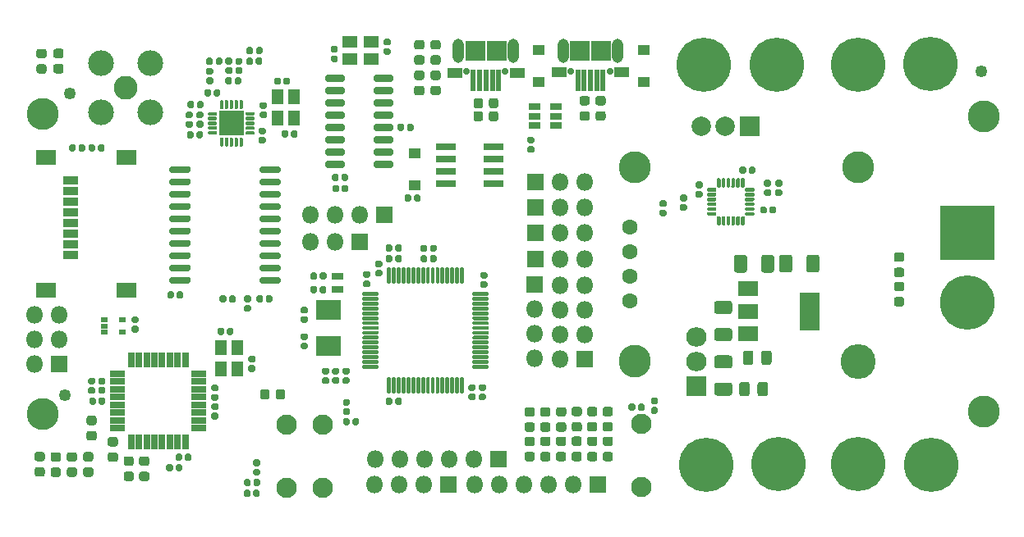
<source format=gts>
%TF.GenerationSoftware,KiCad,Pcbnew,(5.1.6)-1*%
%TF.CreationDate,2024-01-12T12:00:17+01:00*%
%TF.ProjectId,CURSO_PCB_DRONE,43555253-4f5f-4504-9342-5f44524f4e45,rev?*%
%TF.SameCoordinates,Original*%
%TF.FileFunction,Soldermask,Top*%
%TF.FilePolarity,Negative*%
%FSLAX46Y46*%
G04 Gerber Fmt 4.6, Leading zero omitted, Abs format (unit mm)*
G04 Created by KiCad (PCBNEW (5.1.6)-1) date 2024-01-12 12:00:17*
%MOMM*%
%LPD*%
G01*
G04 APERTURE LIST*
%ADD10R,2.500000X2.100000*%
%ADD11C,1.252000*%
%ADD12C,3.300000*%
%ADD13C,0.700000*%
%ADD14R,0.500000X2.200000*%
%ADD15R,1.600000X1.100000*%
%ADD16R,2.000000X2.000000*%
%ADD17O,1.200000X2.500000*%
%ADD18R,1.500000X1.300000*%
%ADD19R,1.600000X0.900000*%
%ADD20R,2.100000X1.550000*%
%ADD21C,5.600000*%
%ADD22O,1.800000X1.800000*%
%ADD23R,1.800000X1.800000*%
%ADD24C,1.600000*%
%ADD25C,2.462200*%
%ADD26C,2.652700*%
%ADD27C,5.616000*%
%ADD28R,5.616000X5.616000*%
%ADD29C,2.100000*%
%ADD30C,2.000000*%
%ADD31R,0.650000X1.600000*%
%ADD32R,1.600000X0.650000*%
%ADD33R,2.100000X0.700000*%
%ADD34R,2.600000X2.600000*%
%ADD35R,1.160000X0.750000*%
%ADD36R,0.750000X0.500000*%
%ADD37O,2.100000X2.005000*%
%ADD38R,2.100000X2.005000*%
%ADD39O,3.600000X3.600000*%
%ADD40R,2.100000X1.600000*%
%ADD41R,2.100000X3.900000*%
%ADD42R,1.300000X1.500000*%
%ADD43R,1.200000X0.700000*%
%ADD44R,1.300000X1.000000*%
G04 APERTURE END LIST*
D10*
X111810000Y-97810000D03*
X111810000Y-94110000D03*
D11*
X85125560Y-71749920D03*
X84632800Y-102905560D03*
X179044600Y-69469000D03*
D12*
X143340240Y-99348360D03*
X143340240Y-79348360D03*
X179348240Y-104598360D03*
X179348240Y-74098360D03*
X82340240Y-73848360D03*
X82340240Y-104848360D03*
D13*
X136780000Y-69410000D03*
X140780000Y-69410000D03*
D14*
X140080000Y-70360000D03*
X139430000Y-70360000D03*
X138780000Y-70360000D03*
X138130000Y-70360000D03*
X137480000Y-70360000D03*
D15*
X141980000Y-69560000D03*
X135580000Y-69560000D03*
D16*
X139880000Y-67310000D03*
X137680000Y-67310000D03*
D17*
X135955000Y-67310000D03*
X141605000Y-67310000D03*
X130845000Y-67360000D03*
X125195000Y-67360000D03*
D16*
X126920000Y-67360000D03*
X129120000Y-67360000D03*
D15*
X124820000Y-69610000D03*
X131220000Y-69610000D03*
D14*
X126720000Y-70410000D03*
X127370000Y-70410000D03*
X128020000Y-70410000D03*
X128670000Y-70410000D03*
X129320000Y-70410000D03*
D13*
X130020000Y-69460000D03*
X126020000Y-69460000D03*
D18*
X113980000Y-66440000D03*
X116180000Y-66440000D03*
X116180000Y-68140000D03*
X113980000Y-68140000D03*
D19*
X85220000Y-88410000D03*
X85220000Y-87310000D03*
X85220000Y-86210000D03*
X85220000Y-85110000D03*
X85220000Y-84010000D03*
X85220000Y-82910000D03*
X85220000Y-81810000D03*
X85220000Y-80710000D03*
D20*
X90920000Y-92090000D03*
X90920000Y-78330000D03*
X82620000Y-78330000D03*
X82620000Y-92090000D03*
G36*
G01*
X151780800Y-84070880D02*
X151780800Y-84270880D01*
G75*
G02*
X151680800Y-84370880I-100000J0D01*
G01*
X150930800Y-84370880D01*
G75*
G02*
X150830800Y-84270880I0J100000D01*
G01*
X150830800Y-84070880D01*
G75*
G02*
X150930800Y-83970880I100000J0D01*
G01*
X151680800Y-83970880D01*
G75*
G02*
X151780800Y-84070880I0J-100000D01*
G01*
G37*
G36*
G01*
X151780800Y-83570880D02*
X151780800Y-83770880D01*
G75*
G02*
X151680800Y-83870880I-100000J0D01*
G01*
X150930800Y-83870880D01*
G75*
G02*
X150830800Y-83770880I0J100000D01*
G01*
X150830800Y-83570880D01*
G75*
G02*
X150930800Y-83470880I100000J0D01*
G01*
X151680800Y-83470880D01*
G75*
G02*
X151780800Y-83570880I0J-100000D01*
G01*
G37*
G36*
G01*
X151780800Y-83070880D02*
X151780800Y-83270880D01*
G75*
G02*
X151680800Y-83370880I-100000J0D01*
G01*
X150930800Y-83370880D01*
G75*
G02*
X150830800Y-83270880I0J100000D01*
G01*
X150830800Y-83070880D01*
G75*
G02*
X150930800Y-82970880I100000J0D01*
G01*
X151680800Y-82970880D01*
G75*
G02*
X151780800Y-83070880I0J-100000D01*
G01*
G37*
G36*
G01*
X151780800Y-82570880D02*
X151780800Y-82770880D01*
G75*
G02*
X151680800Y-82870880I-100000J0D01*
G01*
X150930800Y-82870880D01*
G75*
G02*
X150830800Y-82770880I0J100000D01*
G01*
X150830800Y-82570880D01*
G75*
G02*
X150930800Y-82470880I100000J0D01*
G01*
X151680800Y-82470880D01*
G75*
G02*
X151780800Y-82570880I0J-100000D01*
G01*
G37*
G36*
G01*
X151780800Y-82070880D02*
X151780800Y-82270880D01*
G75*
G02*
X151680800Y-82370880I-100000J0D01*
G01*
X150930800Y-82370880D01*
G75*
G02*
X150830800Y-82270880I0J100000D01*
G01*
X150830800Y-82070880D01*
G75*
G02*
X150930800Y-81970880I100000J0D01*
G01*
X151680800Y-81970880D01*
G75*
G02*
X151780800Y-82070880I0J-100000D01*
G01*
G37*
G36*
G01*
X151780800Y-81570880D02*
X151780800Y-81770880D01*
G75*
G02*
X151680800Y-81870880I-100000J0D01*
G01*
X150930800Y-81870880D01*
G75*
G02*
X150830800Y-81770880I0J100000D01*
G01*
X150830800Y-81570880D01*
G75*
G02*
X150930800Y-81470880I100000J0D01*
G01*
X151680800Y-81470880D01*
G75*
G02*
X151780800Y-81570880I0J-100000D01*
G01*
G37*
G36*
G01*
X152105800Y-81445880D02*
X151905800Y-81445880D01*
G75*
G02*
X151805800Y-81345880I0J100000D01*
G01*
X151805800Y-80595880D01*
G75*
G02*
X151905800Y-80495880I100000J0D01*
G01*
X152105800Y-80495880D01*
G75*
G02*
X152205800Y-80595880I0J-100000D01*
G01*
X152205800Y-81345880D01*
G75*
G02*
X152105800Y-81445880I-100000J0D01*
G01*
G37*
G36*
G01*
X152605800Y-81445880D02*
X152405800Y-81445880D01*
G75*
G02*
X152305800Y-81345880I0J100000D01*
G01*
X152305800Y-80595880D01*
G75*
G02*
X152405800Y-80495880I100000J0D01*
G01*
X152605800Y-80495880D01*
G75*
G02*
X152705800Y-80595880I0J-100000D01*
G01*
X152705800Y-81345880D01*
G75*
G02*
X152605800Y-81445880I-100000J0D01*
G01*
G37*
G36*
G01*
X153105800Y-81445880D02*
X152905800Y-81445880D01*
G75*
G02*
X152805800Y-81345880I0J100000D01*
G01*
X152805800Y-80595880D01*
G75*
G02*
X152905800Y-80495880I100000J0D01*
G01*
X153105800Y-80495880D01*
G75*
G02*
X153205800Y-80595880I0J-100000D01*
G01*
X153205800Y-81345880D01*
G75*
G02*
X153105800Y-81445880I-100000J0D01*
G01*
G37*
G36*
G01*
X153605800Y-81445880D02*
X153405800Y-81445880D01*
G75*
G02*
X153305800Y-81345880I0J100000D01*
G01*
X153305800Y-80595880D01*
G75*
G02*
X153405800Y-80495880I100000J0D01*
G01*
X153605800Y-80495880D01*
G75*
G02*
X153705800Y-80595880I0J-100000D01*
G01*
X153705800Y-81345880D01*
G75*
G02*
X153605800Y-81445880I-100000J0D01*
G01*
G37*
G36*
G01*
X154105800Y-81445880D02*
X153905800Y-81445880D01*
G75*
G02*
X153805800Y-81345880I0J100000D01*
G01*
X153805800Y-80595880D01*
G75*
G02*
X153905800Y-80495880I100000J0D01*
G01*
X154105800Y-80495880D01*
G75*
G02*
X154205800Y-80595880I0J-100000D01*
G01*
X154205800Y-81345880D01*
G75*
G02*
X154105800Y-81445880I-100000J0D01*
G01*
G37*
G36*
G01*
X154605800Y-81445880D02*
X154405800Y-81445880D01*
G75*
G02*
X154305800Y-81345880I0J100000D01*
G01*
X154305800Y-80595880D01*
G75*
G02*
X154405800Y-80495880I100000J0D01*
G01*
X154605800Y-80495880D01*
G75*
G02*
X154705800Y-80595880I0J-100000D01*
G01*
X154705800Y-81345880D01*
G75*
G02*
X154605800Y-81445880I-100000J0D01*
G01*
G37*
G36*
G01*
X155680800Y-81570880D02*
X155680800Y-81770880D01*
G75*
G02*
X155580800Y-81870880I-100000J0D01*
G01*
X154830800Y-81870880D01*
G75*
G02*
X154730800Y-81770880I0J100000D01*
G01*
X154730800Y-81570880D01*
G75*
G02*
X154830800Y-81470880I100000J0D01*
G01*
X155580800Y-81470880D01*
G75*
G02*
X155680800Y-81570880I0J-100000D01*
G01*
G37*
G36*
G01*
X155680800Y-82070880D02*
X155680800Y-82270880D01*
G75*
G02*
X155580800Y-82370880I-100000J0D01*
G01*
X154830800Y-82370880D01*
G75*
G02*
X154730800Y-82270880I0J100000D01*
G01*
X154730800Y-82070880D01*
G75*
G02*
X154830800Y-81970880I100000J0D01*
G01*
X155580800Y-81970880D01*
G75*
G02*
X155680800Y-82070880I0J-100000D01*
G01*
G37*
G36*
G01*
X155680800Y-82570880D02*
X155680800Y-82770880D01*
G75*
G02*
X155580800Y-82870880I-100000J0D01*
G01*
X154830800Y-82870880D01*
G75*
G02*
X154730800Y-82770880I0J100000D01*
G01*
X154730800Y-82570880D01*
G75*
G02*
X154830800Y-82470880I100000J0D01*
G01*
X155580800Y-82470880D01*
G75*
G02*
X155680800Y-82570880I0J-100000D01*
G01*
G37*
G36*
G01*
X155680800Y-83070880D02*
X155680800Y-83270880D01*
G75*
G02*
X155580800Y-83370880I-100000J0D01*
G01*
X154830800Y-83370880D01*
G75*
G02*
X154730800Y-83270880I0J100000D01*
G01*
X154730800Y-83070880D01*
G75*
G02*
X154830800Y-82970880I100000J0D01*
G01*
X155580800Y-82970880D01*
G75*
G02*
X155680800Y-83070880I0J-100000D01*
G01*
G37*
G36*
G01*
X155680800Y-83570880D02*
X155680800Y-83770880D01*
G75*
G02*
X155580800Y-83870880I-100000J0D01*
G01*
X154830800Y-83870880D01*
G75*
G02*
X154730800Y-83770880I0J100000D01*
G01*
X154730800Y-83570880D01*
G75*
G02*
X154830800Y-83470880I100000J0D01*
G01*
X155580800Y-83470880D01*
G75*
G02*
X155680800Y-83570880I0J-100000D01*
G01*
G37*
G36*
G01*
X155680800Y-84070880D02*
X155680800Y-84270880D01*
G75*
G02*
X155580800Y-84370880I-100000J0D01*
G01*
X154830800Y-84370880D01*
G75*
G02*
X154730800Y-84270880I0J100000D01*
G01*
X154730800Y-84070880D01*
G75*
G02*
X154830800Y-83970880I100000J0D01*
G01*
X155580800Y-83970880D01*
G75*
G02*
X155680800Y-84070880I0J-100000D01*
G01*
G37*
G36*
G01*
X154605800Y-85345880D02*
X154405800Y-85345880D01*
G75*
G02*
X154305800Y-85245880I0J100000D01*
G01*
X154305800Y-84495880D01*
G75*
G02*
X154405800Y-84395880I100000J0D01*
G01*
X154605800Y-84395880D01*
G75*
G02*
X154705800Y-84495880I0J-100000D01*
G01*
X154705800Y-85245880D01*
G75*
G02*
X154605800Y-85345880I-100000J0D01*
G01*
G37*
G36*
G01*
X154105800Y-85345880D02*
X153905800Y-85345880D01*
G75*
G02*
X153805800Y-85245880I0J100000D01*
G01*
X153805800Y-84495880D01*
G75*
G02*
X153905800Y-84395880I100000J0D01*
G01*
X154105800Y-84395880D01*
G75*
G02*
X154205800Y-84495880I0J-100000D01*
G01*
X154205800Y-85245880D01*
G75*
G02*
X154105800Y-85345880I-100000J0D01*
G01*
G37*
G36*
G01*
X153605800Y-85345880D02*
X153405800Y-85345880D01*
G75*
G02*
X153305800Y-85245880I0J100000D01*
G01*
X153305800Y-84495880D01*
G75*
G02*
X153405800Y-84395880I100000J0D01*
G01*
X153605800Y-84395880D01*
G75*
G02*
X153705800Y-84495880I0J-100000D01*
G01*
X153705800Y-85245880D01*
G75*
G02*
X153605800Y-85345880I-100000J0D01*
G01*
G37*
G36*
G01*
X153105800Y-85345880D02*
X152905800Y-85345880D01*
G75*
G02*
X152805800Y-85245880I0J100000D01*
G01*
X152805800Y-84495880D01*
G75*
G02*
X152905800Y-84395880I100000J0D01*
G01*
X153105800Y-84395880D01*
G75*
G02*
X153205800Y-84495880I0J-100000D01*
G01*
X153205800Y-85245880D01*
G75*
G02*
X153105800Y-85345880I-100000J0D01*
G01*
G37*
G36*
G01*
X152605800Y-85345880D02*
X152405800Y-85345880D01*
G75*
G02*
X152305800Y-85245880I0J100000D01*
G01*
X152305800Y-84495880D01*
G75*
G02*
X152405800Y-84395880I100000J0D01*
G01*
X152605800Y-84395880D01*
G75*
G02*
X152705800Y-84495880I0J-100000D01*
G01*
X152705800Y-85245880D01*
G75*
G02*
X152605800Y-85345880I-100000J0D01*
G01*
G37*
G36*
G01*
X152105800Y-85345880D02*
X151905800Y-85345880D01*
G75*
G02*
X151805800Y-85245880I0J100000D01*
G01*
X151805800Y-84495880D01*
G75*
G02*
X151905800Y-84395880I100000J0D01*
G01*
X152105800Y-84395880D01*
G75*
G02*
X152205800Y-84495880I0J-100000D01*
G01*
X152205800Y-85245880D01*
G75*
G02*
X152105800Y-85345880I-100000J0D01*
G01*
G37*
G36*
G01*
X156276360Y-83964900D02*
X156276360Y-83569900D01*
G75*
G02*
X156448860Y-83397400I172500J0D01*
G01*
X156793860Y-83397400D01*
G75*
G02*
X156966360Y-83569900I0J-172500D01*
G01*
X156966360Y-83964900D01*
G75*
G02*
X156793860Y-84137400I-172500J0D01*
G01*
X156448860Y-84137400D01*
G75*
G02*
X156276360Y-83964900I0J172500D01*
G01*
G37*
G36*
G01*
X157246360Y-83964900D02*
X157246360Y-83569900D01*
G75*
G02*
X157418860Y-83397400I172500J0D01*
G01*
X157763860Y-83397400D01*
G75*
G02*
X157936360Y-83569900I0J-172500D01*
G01*
X157936360Y-83964900D01*
G75*
G02*
X157763860Y-84137400I-172500J0D01*
G01*
X157418860Y-84137400D01*
G75*
G02*
X157246360Y-83964900I0J172500D01*
G01*
G37*
G36*
G01*
X117830000Y-91250000D02*
X117830000Y-89800000D01*
G75*
G02*
X117930000Y-89700000I100000J0D01*
G01*
X118130000Y-89700000D01*
G75*
G02*
X118230000Y-89800000I0J-100000D01*
G01*
X118230000Y-91250000D01*
G75*
G02*
X118130000Y-91350000I-100000J0D01*
G01*
X117930000Y-91350000D01*
G75*
G02*
X117830000Y-91250000I0J100000D01*
G01*
G37*
G36*
G01*
X118330000Y-91250000D02*
X118330000Y-89800000D01*
G75*
G02*
X118430000Y-89700000I100000J0D01*
G01*
X118630000Y-89700000D01*
G75*
G02*
X118730000Y-89800000I0J-100000D01*
G01*
X118730000Y-91250000D01*
G75*
G02*
X118630000Y-91350000I-100000J0D01*
G01*
X118430000Y-91350000D01*
G75*
G02*
X118330000Y-91250000I0J100000D01*
G01*
G37*
G36*
G01*
X118830000Y-91250000D02*
X118830000Y-89800000D01*
G75*
G02*
X118930000Y-89700000I100000J0D01*
G01*
X119130000Y-89700000D01*
G75*
G02*
X119230000Y-89800000I0J-100000D01*
G01*
X119230000Y-91250000D01*
G75*
G02*
X119130000Y-91350000I-100000J0D01*
G01*
X118930000Y-91350000D01*
G75*
G02*
X118830000Y-91250000I0J100000D01*
G01*
G37*
G36*
G01*
X119330000Y-91250000D02*
X119330000Y-89800000D01*
G75*
G02*
X119430000Y-89700000I100000J0D01*
G01*
X119630000Y-89700000D01*
G75*
G02*
X119730000Y-89800000I0J-100000D01*
G01*
X119730000Y-91250000D01*
G75*
G02*
X119630000Y-91350000I-100000J0D01*
G01*
X119430000Y-91350000D01*
G75*
G02*
X119330000Y-91250000I0J100000D01*
G01*
G37*
G36*
G01*
X119830000Y-91250000D02*
X119830000Y-89800000D01*
G75*
G02*
X119930000Y-89700000I100000J0D01*
G01*
X120130000Y-89700000D01*
G75*
G02*
X120230000Y-89800000I0J-100000D01*
G01*
X120230000Y-91250000D01*
G75*
G02*
X120130000Y-91350000I-100000J0D01*
G01*
X119930000Y-91350000D01*
G75*
G02*
X119830000Y-91250000I0J100000D01*
G01*
G37*
G36*
G01*
X120330000Y-91250000D02*
X120330000Y-89800000D01*
G75*
G02*
X120430000Y-89700000I100000J0D01*
G01*
X120630000Y-89700000D01*
G75*
G02*
X120730000Y-89800000I0J-100000D01*
G01*
X120730000Y-91250000D01*
G75*
G02*
X120630000Y-91350000I-100000J0D01*
G01*
X120430000Y-91350000D01*
G75*
G02*
X120330000Y-91250000I0J100000D01*
G01*
G37*
G36*
G01*
X120830000Y-91250000D02*
X120830000Y-89800000D01*
G75*
G02*
X120930000Y-89700000I100000J0D01*
G01*
X121130000Y-89700000D01*
G75*
G02*
X121230000Y-89800000I0J-100000D01*
G01*
X121230000Y-91250000D01*
G75*
G02*
X121130000Y-91350000I-100000J0D01*
G01*
X120930000Y-91350000D01*
G75*
G02*
X120830000Y-91250000I0J100000D01*
G01*
G37*
G36*
G01*
X121330000Y-91250000D02*
X121330000Y-89800000D01*
G75*
G02*
X121430000Y-89700000I100000J0D01*
G01*
X121630000Y-89700000D01*
G75*
G02*
X121730000Y-89800000I0J-100000D01*
G01*
X121730000Y-91250000D01*
G75*
G02*
X121630000Y-91350000I-100000J0D01*
G01*
X121430000Y-91350000D01*
G75*
G02*
X121330000Y-91250000I0J100000D01*
G01*
G37*
G36*
G01*
X121830000Y-91250000D02*
X121830000Y-89800000D01*
G75*
G02*
X121930000Y-89700000I100000J0D01*
G01*
X122130000Y-89700000D01*
G75*
G02*
X122230000Y-89800000I0J-100000D01*
G01*
X122230000Y-91250000D01*
G75*
G02*
X122130000Y-91350000I-100000J0D01*
G01*
X121930000Y-91350000D01*
G75*
G02*
X121830000Y-91250000I0J100000D01*
G01*
G37*
G36*
G01*
X122330000Y-91250000D02*
X122330000Y-89800000D01*
G75*
G02*
X122430000Y-89700000I100000J0D01*
G01*
X122630000Y-89700000D01*
G75*
G02*
X122730000Y-89800000I0J-100000D01*
G01*
X122730000Y-91250000D01*
G75*
G02*
X122630000Y-91350000I-100000J0D01*
G01*
X122430000Y-91350000D01*
G75*
G02*
X122330000Y-91250000I0J100000D01*
G01*
G37*
G36*
G01*
X122830000Y-91250000D02*
X122830000Y-89800000D01*
G75*
G02*
X122930000Y-89700000I100000J0D01*
G01*
X123130000Y-89700000D01*
G75*
G02*
X123230000Y-89800000I0J-100000D01*
G01*
X123230000Y-91250000D01*
G75*
G02*
X123130000Y-91350000I-100000J0D01*
G01*
X122930000Y-91350000D01*
G75*
G02*
X122830000Y-91250000I0J100000D01*
G01*
G37*
G36*
G01*
X123330000Y-91250000D02*
X123330000Y-89800000D01*
G75*
G02*
X123430000Y-89700000I100000J0D01*
G01*
X123630000Y-89700000D01*
G75*
G02*
X123730000Y-89800000I0J-100000D01*
G01*
X123730000Y-91250000D01*
G75*
G02*
X123630000Y-91350000I-100000J0D01*
G01*
X123430000Y-91350000D01*
G75*
G02*
X123330000Y-91250000I0J100000D01*
G01*
G37*
G36*
G01*
X123830000Y-91250000D02*
X123830000Y-89800000D01*
G75*
G02*
X123930000Y-89700000I100000J0D01*
G01*
X124130000Y-89700000D01*
G75*
G02*
X124230000Y-89800000I0J-100000D01*
G01*
X124230000Y-91250000D01*
G75*
G02*
X124130000Y-91350000I-100000J0D01*
G01*
X123930000Y-91350000D01*
G75*
G02*
X123830000Y-91250000I0J100000D01*
G01*
G37*
G36*
G01*
X124330000Y-91250000D02*
X124330000Y-89800000D01*
G75*
G02*
X124430000Y-89700000I100000J0D01*
G01*
X124630000Y-89700000D01*
G75*
G02*
X124730000Y-89800000I0J-100000D01*
G01*
X124730000Y-91250000D01*
G75*
G02*
X124630000Y-91350000I-100000J0D01*
G01*
X124430000Y-91350000D01*
G75*
G02*
X124330000Y-91250000I0J100000D01*
G01*
G37*
G36*
G01*
X124830000Y-91250000D02*
X124830000Y-89800000D01*
G75*
G02*
X124930000Y-89700000I100000J0D01*
G01*
X125130000Y-89700000D01*
G75*
G02*
X125230000Y-89800000I0J-100000D01*
G01*
X125230000Y-91250000D01*
G75*
G02*
X125130000Y-91350000I-100000J0D01*
G01*
X124930000Y-91350000D01*
G75*
G02*
X124830000Y-91250000I0J100000D01*
G01*
G37*
G36*
G01*
X125330000Y-91250000D02*
X125330000Y-89800000D01*
G75*
G02*
X125430000Y-89700000I100000J0D01*
G01*
X125630000Y-89700000D01*
G75*
G02*
X125730000Y-89800000I0J-100000D01*
G01*
X125730000Y-91250000D01*
G75*
G02*
X125630000Y-91350000I-100000J0D01*
G01*
X125430000Y-91350000D01*
G75*
G02*
X125330000Y-91250000I0J100000D01*
G01*
G37*
G36*
G01*
X126630000Y-92550000D02*
X126630000Y-92350000D01*
G75*
G02*
X126730000Y-92250000I100000J0D01*
G01*
X128180000Y-92250000D01*
G75*
G02*
X128280000Y-92350000I0J-100000D01*
G01*
X128280000Y-92550000D01*
G75*
G02*
X128180000Y-92650000I-100000J0D01*
G01*
X126730000Y-92650000D01*
G75*
G02*
X126630000Y-92550000I0J100000D01*
G01*
G37*
G36*
G01*
X126630000Y-93050000D02*
X126630000Y-92850000D01*
G75*
G02*
X126730000Y-92750000I100000J0D01*
G01*
X128180000Y-92750000D01*
G75*
G02*
X128280000Y-92850000I0J-100000D01*
G01*
X128280000Y-93050000D01*
G75*
G02*
X128180000Y-93150000I-100000J0D01*
G01*
X126730000Y-93150000D01*
G75*
G02*
X126630000Y-93050000I0J100000D01*
G01*
G37*
G36*
G01*
X126630000Y-93550000D02*
X126630000Y-93350000D01*
G75*
G02*
X126730000Y-93250000I100000J0D01*
G01*
X128180000Y-93250000D01*
G75*
G02*
X128280000Y-93350000I0J-100000D01*
G01*
X128280000Y-93550000D01*
G75*
G02*
X128180000Y-93650000I-100000J0D01*
G01*
X126730000Y-93650000D01*
G75*
G02*
X126630000Y-93550000I0J100000D01*
G01*
G37*
G36*
G01*
X126630000Y-94050000D02*
X126630000Y-93850000D01*
G75*
G02*
X126730000Y-93750000I100000J0D01*
G01*
X128180000Y-93750000D01*
G75*
G02*
X128280000Y-93850000I0J-100000D01*
G01*
X128280000Y-94050000D01*
G75*
G02*
X128180000Y-94150000I-100000J0D01*
G01*
X126730000Y-94150000D01*
G75*
G02*
X126630000Y-94050000I0J100000D01*
G01*
G37*
G36*
G01*
X126630000Y-94550000D02*
X126630000Y-94350000D01*
G75*
G02*
X126730000Y-94250000I100000J0D01*
G01*
X128180000Y-94250000D01*
G75*
G02*
X128280000Y-94350000I0J-100000D01*
G01*
X128280000Y-94550000D01*
G75*
G02*
X128180000Y-94650000I-100000J0D01*
G01*
X126730000Y-94650000D01*
G75*
G02*
X126630000Y-94550000I0J100000D01*
G01*
G37*
G36*
G01*
X126630000Y-95050000D02*
X126630000Y-94850000D01*
G75*
G02*
X126730000Y-94750000I100000J0D01*
G01*
X128180000Y-94750000D01*
G75*
G02*
X128280000Y-94850000I0J-100000D01*
G01*
X128280000Y-95050000D01*
G75*
G02*
X128180000Y-95150000I-100000J0D01*
G01*
X126730000Y-95150000D01*
G75*
G02*
X126630000Y-95050000I0J100000D01*
G01*
G37*
G36*
G01*
X126630000Y-95550000D02*
X126630000Y-95350000D01*
G75*
G02*
X126730000Y-95250000I100000J0D01*
G01*
X128180000Y-95250000D01*
G75*
G02*
X128280000Y-95350000I0J-100000D01*
G01*
X128280000Y-95550000D01*
G75*
G02*
X128180000Y-95650000I-100000J0D01*
G01*
X126730000Y-95650000D01*
G75*
G02*
X126630000Y-95550000I0J100000D01*
G01*
G37*
G36*
G01*
X126630000Y-96050000D02*
X126630000Y-95850000D01*
G75*
G02*
X126730000Y-95750000I100000J0D01*
G01*
X128180000Y-95750000D01*
G75*
G02*
X128280000Y-95850000I0J-100000D01*
G01*
X128280000Y-96050000D01*
G75*
G02*
X128180000Y-96150000I-100000J0D01*
G01*
X126730000Y-96150000D01*
G75*
G02*
X126630000Y-96050000I0J100000D01*
G01*
G37*
G36*
G01*
X126630000Y-96550000D02*
X126630000Y-96350000D01*
G75*
G02*
X126730000Y-96250000I100000J0D01*
G01*
X128180000Y-96250000D01*
G75*
G02*
X128280000Y-96350000I0J-100000D01*
G01*
X128280000Y-96550000D01*
G75*
G02*
X128180000Y-96650000I-100000J0D01*
G01*
X126730000Y-96650000D01*
G75*
G02*
X126630000Y-96550000I0J100000D01*
G01*
G37*
G36*
G01*
X126630000Y-97050000D02*
X126630000Y-96850000D01*
G75*
G02*
X126730000Y-96750000I100000J0D01*
G01*
X128180000Y-96750000D01*
G75*
G02*
X128280000Y-96850000I0J-100000D01*
G01*
X128280000Y-97050000D01*
G75*
G02*
X128180000Y-97150000I-100000J0D01*
G01*
X126730000Y-97150000D01*
G75*
G02*
X126630000Y-97050000I0J100000D01*
G01*
G37*
G36*
G01*
X126630000Y-97550000D02*
X126630000Y-97350000D01*
G75*
G02*
X126730000Y-97250000I100000J0D01*
G01*
X128180000Y-97250000D01*
G75*
G02*
X128280000Y-97350000I0J-100000D01*
G01*
X128280000Y-97550000D01*
G75*
G02*
X128180000Y-97650000I-100000J0D01*
G01*
X126730000Y-97650000D01*
G75*
G02*
X126630000Y-97550000I0J100000D01*
G01*
G37*
G36*
G01*
X126630000Y-98050000D02*
X126630000Y-97850000D01*
G75*
G02*
X126730000Y-97750000I100000J0D01*
G01*
X128180000Y-97750000D01*
G75*
G02*
X128280000Y-97850000I0J-100000D01*
G01*
X128280000Y-98050000D01*
G75*
G02*
X128180000Y-98150000I-100000J0D01*
G01*
X126730000Y-98150000D01*
G75*
G02*
X126630000Y-98050000I0J100000D01*
G01*
G37*
G36*
G01*
X126630000Y-98550000D02*
X126630000Y-98350000D01*
G75*
G02*
X126730000Y-98250000I100000J0D01*
G01*
X128180000Y-98250000D01*
G75*
G02*
X128280000Y-98350000I0J-100000D01*
G01*
X128280000Y-98550000D01*
G75*
G02*
X128180000Y-98650000I-100000J0D01*
G01*
X126730000Y-98650000D01*
G75*
G02*
X126630000Y-98550000I0J100000D01*
G01*
G37*
G36*
G01*
X126630000Y-99050000D02*
X126630000Y-98850000D01*
G75*
G02*
X126730000Y-98750000I100000J0D01*
G01*
X128180000Y-98750000D01*
G75*
G02*
X128280000Y-98850000I0J-100000D01*
G01*
X128280000Y-99050000D01*
G75*
G02*
X128180000Y-99150000I-100000J0D01*
G01*
X126730000Y-99150000D01*
G75*
G02*
X126630000Y-99050000I0J100000D01*
G01*
G37*
G36*
G01*
X126630000Y-99550000D02*
X126630000Y-99350000D01*
G75*
G02*
X126730000Y-99250000I100000J0D01*
G01*
X128180000Y-99250000D01*
G75*
G02*
X128280000Y-99350000I0J-100000D01*
G01*
X128280000Y-99550000D01*
G75*
G02*
X128180000Y-99650000I-100000J0D01*
G01*
X126730000Y-99650000D01*
G75*
G02*
X126630000Y-99550000I0J100000D01*
G01*
G37*
G36*
G01*
X126630000Y-100050000D02*
X126630000Y-99850000D01*
G75*
G02*
X126730000Y-99750000I100000J0D01*
G01*
X128180000Y-99750000D01*
G75*
G02*
X128280000Y-99850000I0J-100000D01*
G01*
X128280000Y-100050000D01*
G75*
G02*
X128180000Y-100150000I-100000J0D01*
G01*
X126730000Y-100150000D01*
G75*
G02*
X126630000Y-100050000I0J100000D01*
G01*
G37*
G36*
G01*
X125330000Y-102600000D02*
X125330000Y-101150000D01*
G75*
G02*
X125430000Y-101050000I100000J0D01*
G01*
X125630000Y-101050000D01*
G75*
G02*
X125730000Y-101150000I0J-100000D01*
G01*
X125730000Y-102600000D01*
G75*
G02*
X125630000Y-102700000I-100000J0D01*
G01*
X125430000Y-102700000D01*
G75*
G02*
X125330000Y-102600000I0J100000D01*
G01*
G37*
G36*
G01*
X124830000Y-102600000D02*
X124830000Y-101150000D01*
G75*
G02*
X124930000Y-101050000I100000J0D01*
G01*
X125130000Y-101050000D01*
G75*
G02*
X125230000Y-101150000I0J-100000D01*
G01*
X125230000Y-102600000D01*
G75*
G02*
X125130000Y-102700000I-100000J0D01*
G01*
X124930000Y-102700000D01*
G75*
G02*
X124830000Y-102600000I0J100000D01*
G01*
G37*
G36*
G01*
X124330000Y-102600000D02*
X124330000Y-101150000D01*
G75*
G02*
X124430000Y-101050000I100000J0D01*
G01*
X124630000Y-101050000D01*
G75*
G02*
X124730000Y-101150000I0J-100000D01*
G01*
X124730000Y-102600000D01*
G75*
G02*
X124630000Y-102700000I-100000J0D01*
G01*
X124430000Y-102700000D01*
G75*
G02*
X124330000Y-102600000I0J100000D01*
G01*
G37*
G36*
G01*
X123830000Y-102600000D02*
X123830000Y-101150000D01*
G75*
G02*
X123930000Y-101050000I100000J0D01*
G01*
X124130000Y-101050000D01*
G75*
G02*
X124230000Y-101150000I0J-100000D01*
G01*
X124230000Y-102600000D01*
G75*
G02*
X124130000Y-102700000I-100000J0D01*
G01*
X123930000Y-102700000D01*
G75*
G02*
X123830000Y-102600000I0J100000D01*
G01*
G37*
G36*
G01*
X123330000Y-102600000D02*
X123330000Y-101150000D01*
G75*
G02*
X123430000Y-101050000I100000J0D01*
G01*
X123630000Y-101050000D01*
G75*
G02*
X123730000Y-101150000I0J-100000D01*
G01*
X123730000Y-102600000D01*
G75*
G02*
X123630000Y-102700000I-100000J0D01*
G01*
X123430000Y-102700000D01*
G75*
G02*
X123330000Y-102600000I0J100000D01*
G01*
G37*
G36*
G01*
X122830000Y-102600000D02*
X122830000Y-101150000D01*
G75*
G02*
X122930000Y-101050000I100000J0D01*
G01*
X123130000Y-101050000D01*
G75*
G02*
X123230000Y-101150000I0J-100000D01*
G01*
X123230000Y-102600000D01*
G75*
G02*
X123130000Y-102700000I-100000J0D01*
G01*
X122930000Y-102700000D01*
G75*
G02*
X122830000Y-102600000I0J100000D01*
G01*
G37*
G36*
G01*
X122330000Y-102600000D02*
X122330000Y-101150000D01*
G75*
G02*
X122430000Y-101050000I100000J0D01*
G01*
X122630000Y-101050000D01*
G75*
G02*
X122730000Y-101150000I0J-100000D01*
G01*
X122730000Y-102600000D01*
G75*
G02*
X122630000Y-102700000I-100000J0D01*
G01*
X122430000Y-102700000D01*
G75*
G02*
X122330000Y-102600000I0J100000D01*
G01*
G37*
G36*
G01*
X121830000Y-102600000D02*
X121830000Y-101150000D01*
G75*
G02*
X121930000Y-101050000I100000J0D01*
G01*
X122130000Y-101050000D01*
G75*
G02*
X122230000Y-101150000I0J-100000D01*
G01*
X122230000Y-102600000D01*
G75*
G02*
X122130000Y-102700000I-100000J0D01*
G01*
X121930000Y-102700000D01*
G75*
G02*
X121830000Y-102600000I0J100000D01*
G01*
G37*
G36*
G01*
X121330000Y-102600000D02*
X121330000Y-101150000D01*
G75*
G02*
X121430000Y-101050000I100000J0D01*
G01*
X121630000Y-101050000D01*
G75*
G02*
X121730000Y-101150000I0J-100000D01*
G01*
X121730000Y-102600000D01*
G75*
G02*
X121630000Y-102700000I-100000J0D01*
G01*
X121430000Y-102700000D01*
G75*
G02*
X121330000Y-102600000I0J100000D01*
G01*
G37*
G36*
G01*
X120830000Y-102600000D02*
X120830000Y-101150000D01*
G75*
G02*
X120930000Y-101050000I100000J0D01*
G01*
X121130000Y-101050000D01*
G75*
G02*
X121230000Y-101150000I0J-100000D01*
G01*
X121230000Y-102600000D01*
G75*
G02*
X121130000Y-102700000I-100000J0D01*
G01*
X120930000Y-102700000D01*
G75*
G02*
X120830000Y-102600000I0J100000D01*
G01*
G37*
G36*
G01*
X120330000Y-102600000D02*
X120330000Y-101150000D01*
G75*
G02*
X120430000Y-101050000I100000J0D01*
G01*
X120630000Y-101050000D01*
G75*
G02*
X120730000Y-101150000I0J-100000D01*
G01*
X120730000Y-102600000D01*
G75*
G02*
X120630000Y-102700000I-100000J0D01*
G01*
X120430000Y-102700000D01*
G75*
G02*
X120330000Y-102600000I0J100000D01*
G01*
G37*
G36*
G01*
X119830000Y-102600000D02*
X119830000Y-101150000D01*
G75*
G02*
X119930000Y-101050000I100000J0D01*
G01*
X120130000Y-101050000D01*
G75*
G02*
X120230000Y-101150000I0J-100000D01*
G01*
X120230000Y-102600000D01*
G75*
G02*
X120130000Y-102700000I-100000J0D01*
G01*
X119930000Y-102700000D01*
G75*
G02*
X119830000Y-102600000I0J100000D01*
G01*
G37*
G36*
G01*
X119330000Y-102600000D02*
X119330000Y-101150000D01*
G75*
G02*
X119430000Y-101050000I100000J0D01*
G01*
X119630000Y-101050000D01*
G75*
G02*
X119730000Y-101150000I0J-100000D01*
G01*
X119730000Y-102600000D01*
G75*
G02*
X119630000Y-102700000I-100000J0D01*
G01*
X119430000Y-102700000D01*
G75*
G02*
X119330000Y-102600000I0J100000D01*
G01*
G37*
G36*
G01*
X118830000Y-102600000D02*
X118830000Y-101150000D01*
G75*
G02*
X118930000Y-101050000I100000J0D01*
G01*
X119130000Y-101050000D01*
G75*
G02*
X119230000Y-101150000I0J-100000D01*
G01*
X119230000Y-102600000D01*
G75*
G02*
X119130000Y-102700000I-100000J0D01*
G01*
X118930000Y-102700000D01*
G75*
G02*
X118830000Y-102600000I0J100000D01*
G01*
G37*
G36*
G01*
X118330000Y-102600000D02*
X118330000Y-101150000D01*
G75*
G02*
X118430000Y-101050000I100000J0D01*
G01*
X118630000Y-101050000D01*
G75*
G02*
X118730000Y-101150000I0J-100000D01*
G01*
X118730000Y-102600000D01*
G75*
G02*
X118630000Y-102700000I-100000J0D01*
G01*
X118430000Y-102700000D01*
G75*
G02*
X118330000Y-102600000I0J100000D01*
G01*
G37*
G36*
G01*
X117830000Y-102600000D02*
X117830000Y-101150000D01*
G75*
G02*
X117930000Y-101050000I100000J0D01*
G01*
X118130000Y-101050000D01*
G75*
G02*
X118230000Y-101150000I0J-100000D01*
G01*
X118230000Y-102600000D01*
G75*
G02*
X118130000Y-102700000I-100000J0D01*
G01*
X117930000Y-102700000D01*
G75*
G02*
X117830000Y-102600000I0J100000D01*
G01*
G37*
G36*
G01*
X115280000Y-100050000D02*
X115280000Y-99850000D01*
G75*
G02*
X115380000Y-99750000I100000J0D01*
G01*
X116830000Y-99750000D01*
G75*
G02*
X116930000Y-99850000I0J-100000D01*
G01*
X116930000Y-100050000D01*
G75*
G02*
X116830000Y-100150000I-100000J0D01*
G01*
X115380000Y-100150000D01*
G75*
G02*
X115280000Y-100050000I0J100000D01*
G01*
G37*
G36*
G01*
X115280000Y-99550000D02*
X115280000Y-99350000D01*
G75*
G02*
X115380000Y-99250000I100000J0D01*
G01*
X116830000Y-99250000D01*
G75*
G02*
X116930000Y-99350000I0J-100000D01*
G01*
X116930000Y-99550000D01*
G75*
G02*
X116830000Y-99650000I-100000J0D01*
G01*
X115380000Y-99650000D01*
G75*
G02*
X115280000Y-99550000I0J100000D01*
G01*
G37*
G36*
G01*
X115280000Y-99050000D02*
X115280000Y-98850000D01*
G75*
G02*
X115380000Y-98750000I100000J0D01*
G01*
X116830000Y-98750000D01*
G75*
G02*
X116930000Y-98850000I0J-100000D01*
G01*
X116930000Y-99050000D01*
G75*
G02*
X116830000Y-99150000I-100000J0D01*
G01*
X115380000Y-99150000D01*
G75*
G02*
X115280000Y-99050000I0J100000D01*
G01*
G37*
G36*
G01*
X115280000Y-98550000D02*
X115280000Y-98350000D01*
G75*
G02*
X115380000Y-98250000I100000J0D01*
G01*
X116830000Y-98250000D01*
G75*
G02*
X116930000Y-98350000I0J-100000D01*
G01*
X116930000Y-98550000D01*
G75*
G02*
X116830000Y-98650000I-100000J0D01*
G01*
X115380000Y-98650000D01*
G75*
G02*
X115280000Y-98550000I0J100000D01*
G01*
G37*
G36*
G01*
X115280000Y-98050000D02*
X115280000Y-97850000D01*
G75*
G02*
X115380000Y-97750000I100000J0D01*
G01*
X116830000Y-97750000D01*
G75*
G02*
X116930000Y-97850000I0J-100000D01*
G01*
X116930000Y-98050000D01*
G75*
G02*
X116830000Y-98150000I-100000J0D01*
G01*
X115380000Y-98150000D01*
G75*
G02*
X115280000Y-98050000I0J100000D01*
G01*
G37*
G36*
G01*
X115280000Y-97550000D02*
X115280000Y-97350000D01*
G75*
G02*
X115380000Y-97250000I100000J0D01*
G01*
X116830000Y-97250000D01*
G75*
G02*
X116930000Y-97350000I0J-100000D01*
G01*
X116930000Y-97550000D01*
G75*
G02*
X116830000Y-97650000I-100000J0D01*
G01*
X115380000Y-97650000D01*
G75*
G02*
X115280000Y-97550000I0J100000D01*
G01*
G37*
G36*
G01*
X115280000Y-97050000D02*
X115280000Y-96850000D01*
G75*
G02*
X115380000Y-96750000I100000J0D01*
G01*
X116830000Y-96750000D01*
G75*
G02*
X116930000Y-96850000I0J-100000D01*
G01*
X116930000Y-97050000D01*
G75*
G02*
X116830000Y-97150000I-100000J0D01*
G01*
X115380000Y-97150000D01*
G75*
G02*
X115280000Y-97050000I0J100000D01*
G01*
G37*
G36*
G01*
X115280000Y-96550000D02*
X115280000Y-96350000D01*
G75*
G02*
X115380000Y-96250000I100000J0D01*
G01*
X116830000Y-96250000D01*
G75*
G02*
X116930000Y-96350000I0J-100000D01*
G01*
X116930000Y-96550000D01*
G75*
G02*
X116830000Y-96650000I-100000J0D01*
G01*
X115380000Y-96650000D01*
G75*
G02*
X115280000Y-96550000I0J100000D01*
G01*
G37*
G36*
G01*
X115280000Y-96050000D02*
X115280000Y-95850000D01*
G75*
G02*
X115380000Y-95750000I100000J0D01*
G01*
X116830000Y-95750000D01*
G75*
G02*
X116930000Y-95850000I0J-100000D01*
G01*
X116930000Y-96050000D01*
G75*
G02*
X116830000Y-96150000I-100000J0D01*
G01*
X115380000Y-96150000D01*
G75*
G02*
X115280000Y-96050000I0J100000D01*
G01*
G37*
G36*
G01*
X115280000Y-95550000D02*
X115280000Y-95350000D01*
G75*
G02*
X115380000Y-95250000I100000J0D01*
G01*
X116830000Y-95250000D01*
G75*
G02*
X116930000Y-95350000I0J-100000D01*
G01*
X116930000Y-95550000D01*
G75*
G02*
X116830000Y-95650000I-100000J0D01*
G01*
X115380000Y-95650000D01*
G75*
G02*
X115280000Y-95550000I0J100000D01*
G01*
G37*
G36*
G01*
X115280000Y-95050000D02*
X115280000Y-94850000D01*
G75*
G02*
X115380000Y-94750000I100000J0D01*
G01*
X116830000Y-94750000D01*
G75*
G02*
X116930000Y-94850000I0J-100000D01*
G01*
X116930000Y-95050000D01*
G75*
G02*
X116830000Y-95150000I-100000J0D01*
G01*
X115380000Y-95150000D01*
G75*
G02*
X115280000Y-95050000I0J100000D01*
G01*
G37*
G36*
G01*
X115280000Y-94550000D02*
X115280000Y-94350000D01*
G75*
G02*
X115380000Y-94250000I100000J0D01*
G01*
X116830000Y-94250000D01*
G75*
G02*
X116930000Y-94350000I0J-100000D01*
G01*
X116930000Y-94550000D01*
G75*
G02*
X116830000Y-94650000I-100000J0D01*
G01*
X115380000Y-94650000D01*
G75*
G02*
X115280000Y-94550000I0J100000D01*
G01*
G37*
G36*
G01*
X115280000Y-94050000D02*
X115280000Y-93850000D01*
G75*
G02*
X115380000Y-93750000I100000J0D01*
G01*
X116830000Y-93750000D01*
G75*
G02*
X116930000Y-93850000I0J-100000D01*
G01*
X116930000Y-94050000D01*
G75*
G02*
X116830000Y-94150000I-100000J0D01*
G01*
X115380000Y-94150000D01*
G75*
G02*
X115280000Y-94050000I0J100000D01*
G01*
G37*
G36*
G01*
X115280000Y-93550000D02*
X115280000Y-93350000D01*
G75*
G02*
X115380000Y-93250000I100000J0D01*
G01*
X116830000Y-93250000D01*
G75*
G02*
X116930000Y-93350000I0J-100000D01*
G01*
X116930000Y-93550000D01*
G75*
G02*
X116830000Y-93650000I-100000J0D01*
G01*
X115380000Y-93650000D01*
G75*
G02*
X115280000Y-93550000I0J100000D01*
G01*
G37*
G36*
G01*
X115280000Y-93050000D02*
X115280000Y-92850000D01*
G75*
G02*
X115380000Y-92750000I100000J0D01*
G01*
X116830000Y-92750000D01*
G75*
G02*
X116930000Y-92850000I0J-100000D01*
G01*
X116930000Y-93050000D01*
G75*
G02*
X116830000Y-93150000I-100000J0D01*
G01*
X115380000Y-93150000D01*
G75*
G02*
X115280000Y-93050000I0J100000D01*
G01*
G37*
G36*
G01*
X115280000Y-92550000D02*
X115280000Y-92350000D01*
G75*
G02*
X115380000Y-92250000I100000J0D01*
G01*
X116830000Y-92250000D01*
G75*
G02*
X116930000Y-92350000I0J-100000D01*
G01*
X116930000Y-92550000D01*
G75*
G02*
X116830000Y-92650000I-100000J0D01*
G01*
X115380000Y-92650000D01*
G75*
G02*
X115280000Y-92550000I0J100000D01*
G01*
G37*
G36*
G01*
X113500000Y-78880000D02*
X113500000Y-79230000D01*
G75*
G02*
X113325000Y-79405000I-175000J0D01*
G01*
X111625000Y-79405000D01*
G75*
G02*
X111450000Y-79230000I0J175000D01*
G01*
X111450000Y-78880000D01*
G75*
G02*
X111625000Y-78705000I175000J0D01*
G01*
X113325000Y-78705000D01*
G75*
G02*
X113500000Y-78880000I0J-175000D01*
G01*
G37*
G36*
G01*
X113500000Y-77610000D02*
X113500000Y-77960000D01*
G75*
G02*
X113325000Y-78135000I-175000J0D01*
G01*
X111625000Y-78135000D01*
G75*
G02*
X111450000Y-77960000I0J175000D01*
G01*
X111450000Y-77610000D01*
G75*
G02*
X111625000Y-77435000I175000J0D01*
G01*
X113325000Y-77435000D01*
G75*
G02*
X113500000Y-77610000I0J-175000D01*
G01*
G37*
G36*
G01*
X113500000Y-76340000D02*
X113500000Y-76690000D01*
G75*
G02*
X113325000Y-76865000I-175000J0D01*
G01*
X111625000Y-76865000D01*
G75*
G02*
X111450000Y-76690000I0J175000D01*
G01*
X111450000Y-76340000D01*
G75*
G02*
X111625000Y-76165000I175000J0D01*
G01*
X113325000Y-76165000D01*
G75*
G02*
X113500000Y-76340000I0J-175000D01*
G01*
G37*
G36*
G01*
X113500000Y-75070000D02*
X113500000Y-75420000D01*
G75*
G02*
X113325000Y-75595000I-175000J0D01*
G01*
X111625000Y-75595000D01*
G75*
G02*
X111450000Y-75420000I0J175000D01*
G01*
X111450000Y-75070000D01*
G75*
G02*
X111625000Y-74895000I175000J0D01*
G01*
X113325000Y-74895000D01*
G75*
G02*
X113500000Y-75070000I0J-175000D01*
G01*
G37*
G36*
G01*
X113500000Y-73800000D02*
X113500000Y-74150000D01*
G75*
G02*
X113325000Y-74325000I-175000J0D01*
G01*
X111625000Y-74325000D01*
G75*
G02*
X111450000Y-74150000I0J175000D01*
G01*
X111450000Y-73800000D01*
G75*
G02*
X111625000Y-73625000I175000J0D01*
G01*
X113325000Y-73625000D01*
G75*
G02*
X113500000Y-73800000I0J-175000D01*
G01*
G37*
G36*
G01*
X113500000Y-72530000D02*
X113500000Y-72880000D01*
G75*
G02*
X113325000Y-73055000I-175000J0D01*
G01*
X111625000Y-73055000D01*
G75*
G02*
X111450000Y-72880000I0J175000D01*
G01*
X111450000Y-72530000D01*
G75*
G02*
X111625000Y-72355000I175000J0D01*
G01*
X113325000Y-72355000D01*
G75*
G02*
X113500000Y-72530000I0J-175000D01*
G01*
G37*
G36*
G01*
X113500000Y-71260000D02*
X113500000Y-71610000D01*
G75*
G02*
X113325000Y-71785000I-175000J0D01*
G01*
X111625000Y-71785000D01*
G75*
G02*
X111450000Y-71610000I0J175000D01*
G01*
X111450000Y-71260000D01*
G75*
G02*
X111625000Y-71085000I175000J0D01*
G01*
X113325000Y-71085000D01*
G75*
G02*
X113500000Y-71260000I0J-175000D01*
G01*
G37*
G36*
G01*
X113500000Y-69990000D02*
X113500000Y-70340000D01*
G75*
G02*
X113325000Y-70515000I-175000J0D01*
G01*
X111625000Y-70515000D01*
G75*
G02*
X111450000Y-70340000I0J175000D01*
G01*
X111450000Y-69990000D01*
G75*
G02*
X111625000Y-69815000I175000J0D01*
G01*
X113325000Y-69815000D01*
G75*
G02*
X113500000Y-69990000I0J-175000D01*
G01*
G37*
G36*
G01*
X118450000Y-69990000D02*
X118450000Y-70340000D01*
G75*
G02*
X118275000Y-70515000I-175000J0D01*
G01*
X116575000Y-70515000D01*
G75*
G02*
X116400000Y-70340000I0J175000D01*
G01*
X116400000Y-69990000D01*
G75*
G02*
X116575000Y-69815000I175000J0D01*
G01*
X118275000Y-69815000D01*
G75*
G02*
X118450000Y-69990000I0J-175000D01*
G01*
G37*
G36*
G01*
X118450000Y-71260000D02*
X118450000Y-71610000D01*
G75*
G02*
X118275000Y-71785000I-175000J0D01*
G01*
X116575000Y-71785000D01*
G75*
G02*
X116400000Y-71610000I0J175000D01*
G01*
X116400000Y-71260000D01*
G75*
G02*
X116575000Y-71085000I175000J0D01*
G01*
X118275000Y-71085000D01*
G75*
G02*
X118450000Y-71260000I0J-175000D01*
G01*
G37*
G36*
G01*
X118450000Y-72530000D02*
X118450000Y-72880000D01*
G75*
G02*
X118275000Y-73055000I-175000J0D01*
G01*
X116575000Y-73055000D01*
G75*
G02*
X116400000Y-72880000I0J175000D01*
G01*
X116400000Y-72530000D01*
G75*
G02*
X116575000Y-72355000I175000J0D01*
G01*
X118275000Y-72355000D01*
G75*
G02*
X118450000Y-72530000I0J-175000D01*
G01*
G37*
G36*
G01*
X118450000Y-73800000D02*
X118450000Y-74150000D01*
G75*
G02*
X118275000Y-74325000I-175000J0D01*
G01*
X116575000Y-74325000D01*
G75*
G02*
X116400000Y-74150000I0J175000D01*
G01*
X116400000Y-73800000D01*
G75*
G02*
X116575000Y-73625000I175000J0D01*
G01*
X118275000Y-73625000D01*
G75*
G02*
X118450000Y-73800000I0J-175000D01*
G01*
G37*
G36*
G01*
X118450000Y-75070000D02*
X118450000Y-75420000D01*
G75*
G02*
X118275000Y-75595000I-175000J0D01*
G01*
X116575000Y-75595000D01*
G75*
G02*
X116400000Y-75420000I0J175000D01*
G01*
X116400000Y-75070000D01*
G75*
G02*
X116575000Y-74895000I175000J0D01*
G01*
X118275000Y-74895000D01*
G75*
G02*
X118450000Y-75070000I0J-175000D01*
G01*
G37*
G36*
G01*
X118450000Y-76340000D02*
X118450000Y-76690000D01*
G75*
G02*
X118275000Y-76865000I-175000J0D01*
G01*
X116575000Y-76865000D01*
G75*
G02*
X116400000Y-76690000I0J175000D01*
G01*
X116400000Y-76340000D01*
G75*
G02*
X116575000Y-76165000I175000J0D01*
G01*
X118275000Y-76165000D01*
G75*
G02*
X118450000Y-76340000I0J-175000D01*
G01*
G37*
G36*
G01*
X118450000Y-77610000D02*
X118450000Y-77960000D01*
G75*
G02*
X118275000Y-78135000I-175000J0D01*
G01*
X116575000Y-78135000D01*
G75*
G02*
X116400000Y-77960000I0J175000D01*
G01*
X116400000Y-77610000D01*
G75*
G02*
X116575000Y-77435000I175000J0D01*
G01*
X118275000Y-77435000D01*
G75*
G02*
X118450000Y-77610000I0J-175000D01*
G01*
G37*
G36*
G01*
X118450000Y-78880000D02*
X118450000Y-79230000D01*
G75*
G02*
X118275000Y-79405000I-175000J0D01*
G01*
X116575000Y-79405000D01*
G75*
G02*
X116400000Y-79230000I0J175000D01*
G01*
X116400000Y-78880000D01*
G75*
G02*
X116575000Y-78705000I175000J0D01*
G01*
X118275000Y-78705000D01*
G75*
G02*
X118450000Y-78880000I0J-175000D01*
G01*
G37*
G36*
G01*
X113110000Y-80597500D02*
X113110000Y-80202500D01*
G75*
G02*
X113282500Y-80030000I172500J0D01*
G01*
X113627500Y-80030000D01*
G75*
G02*
X113800000Y-80202500I0J-172500D01*
G01*
X113800000Y-80597500D01*
G75*
G02*
X113627500Y-80770000I-172500J0D01*
G01*
X113282500Y-80770000D01*
G75*
G02*
X113110000Y-80597500I0J172500D01*
G01*
G37*
G36*
G01*
X112140000Y-80597500D02*
X112140000Y-80202500D01*
G75*
G02*
X112312500Y-80030000I172500J0D01*
G01*
X112657500Y-80030000D01*
G75*
G02*
X112830000Y-80202500I0J-172500D01*
G01*
X112830000Y-80597500D01*
G75*
G02*
X112657500Y-80770000I-172500J0D01*
G01*
X112312500Y-80770000D01*
G75*
G02*
X112140000Y-80597500I0J172500D01*
G01*
G37*
G36*
G01*
X119864100Y-75424800D02*
X119864100Y-75029800D01*
G75*
G02*
X120036600Y-74857300I172500J0D01*
G01*
X120381600Y-74857300D01*
G75*
G02*
X120554100Y-75029800I0J-172500D01*
G01*
X120554100Y-75424800D01*
G75*
G02*
X120381600Y-75597300I-172500J0D01*
G01*
X120036600Y-75597300D01*
G75*
G02*
X119864100Y-75424800I0J172500D01*
G01*
G37*
G36*
G01*
X118894100Y-75424800D02*
X118894100Y-75029800D01*
G75*
G02*
X119066600Y-74857300I172500J0D01*
G01*
X119411600Y-74857300D01*
G75*
G02*
X119584100Y-75029800I0J-172500D01*
G01*
X119584100Y-75424800D01*
G75*
G02*
X119411600Y-75597300I-172500J0D01*
G01*
X119066600Y-75597300D01*
G75*
G02*
X118894100Y-75424800I0J172500D01*
G01*
G37*
G36*
G01*
X87162500Y-101100000D02*
X87557500Y-101100000D01*
G75*
G02*
X87730000Y-101272500I0J-172500D01*
G01*
X87730000Y-101617500D01*
G75*
G02*
X87557500Y-101790000I-172500J0D01*
G01*
X87162500Y-101790000D01*
G75*
G02*
X86990000Y-101617500I0J172500D01*
G01*
X86990000Y-101272500D01*
G75*
G02*
X87162500Y-101100000I172500J0D01*
G01*
G37*
G36*
G01*
X87162500Y-102070000D02*
X87557500Y-102070000D01*
G75*
G02*
X87730000Y-102242500I0J-172500D01*
G01*
X87730000Y-102587500D01*
G75*
G02*
X87557500Y-102760000I-172500J0D01*
G01*
X87162500Y-102760000D01*
G75*
G02*
X86990000Y-102587500I0J172500D01*
G01*
X86990000Y-102242500D01*
G75*
G02*
X87162500Y-102070000I172500J0D01*
G01*
G37*
G36*
G01*
X99872500Y-102770000D02*
X100267500Y-102770000D01*
G75*
G02*
X100440000Y-102942500I0J-172500D01*
G01*
X100440000Y-103287500D01*
G75*
G02*
X100267500Y-103460000I-172500J0D01*
G01*
X99872500Y-103460000D01*
G75*
G02*
X99700000Y-103287500I0J172500D01*
G01*
X99700000Y-102942500D01*
G75*
G02*
X99872500Y-102770000I172500J0D01*
G01*
G37*
G36*
G01*
X99872500Y-101800000D02*
X100267500Y-101800000D01*
G75*
G02*
X100440000Y-101972500I0J-172500D01*
G01*
X100440000Y-102317500D01*
G75*
G02*
X100267500Y-102490000I-172500J0D01*
G01*
X99872500Y-102490000D01*
G75*
G02*
X99700000Y-102317500I0J172500D01*
G01*
X99700000Y-101972500D01*
G75*
G02*
X99872500Y-101800000I172500J0D01*
G01*
G37*
G36*
G01*
X99872500Y-103740000D02*
X100267500Y-103740000D01*
G75*
G02*
X100440000Y-103912500I0J-172500D01*
G01*
X100440000Y-104257500D01*
G75*
G02*
X100267500Y-104430000I-172500J0D01*
G01*
X99872500Y-104430000D01*
G75*
G02*
X99700000Y-104257500I0J172500D01*
G01*
X99700000Y-103912500D01*
G75*
G02*
X99872500Y-103740000I172500J0D01*
G01*
G37*
G36*
G01*
X99872500Y-104710000D02*
X100267500Y-104710000D01*
G75*
G02*
X100440000Y-104882500I0J-172500D01*
G01*
X100440000Y-105227500D01*
G75*
G02*
X100267500Y-105400000I-172500J0D01*
G01*
X99872500Y-105400000D01*
G75*
G02*
X99700000Y-105227500I0J172500D01*
G01*
X99700000Y-104882500D01*
G75*
G02*
X99872500Y-104710000I172500J0D01*
G01*
G37*
G36*
G01*
X88212500Y-102070000D02*
X88607500Y-102070000D01*
G75*
G02*
X88780000Y-102242500I0J-172500D01*
G01*
X88780000Y-102587500D01*
G75*
G02*
X88607500Y-102760000I-172500J0D01*
G01*
X88212500Y-102760000D01*
G75*
G02*
X88040000Y-102587500I0J172500D01*
G01*
X88040000Y-102242500D01*
G75*
G02*
X88212500Y-102070000I172500J0D01*
G01*
G37*
G36*
G01*
X88212500Y-101100000D02*
X88607500Y-101100000D01*
G75*
G02*
X88780000Y-101272500I0J-172500D01*
G01*
X88780000Y-101617500D01*
G75*
G02*
X88607500Y-101790000I-172500J0D01*
G01*
X88212500Y-101790000D01*
G75*
G02*
X88040000Y-101617500I0J172500D01*
G01*
X88040000Y-101272500D01*
G75*
G02*
X88212500Y-101100000I172500J0D01*
G01*
G37*
G36*
G01*
X118650000Y-88997500D02*
X118650000Y-88602500D01*
G75*
G02*
X118822500Y-88430000I172500J0D01*
G01*
X119167500Y-88430000D01*
G75*
G02*
X119340000Y-88602500I0J-172500D01*
G01*
X119340000Y-88997500D01*
G75*
G02*
X119167500Y-89170000I-172500J0D01*
G01*
X118822500Y-89170000D01*
G75*
G02*
X118650000Y-88997500I0J172500D01*
G01*
G37*
G36*
G01*
X117680000Y-88997500D02*
X117680000Y-88602500D01*
G75*
G02*
X117852500Y-88430000I172500J0D01*
G01*
X118197500Y-88430000D01*
G75*
G02*
X118370000Y-88602500I0J-172500D01*
G01*
X118370000Y-88997500D01*
G75*
G02*
X118197500Y-89170000I-172500J0D01*
G01*
X117852500Y-89170000D01*
G75*
G02*
X117680000Y-88997500I0J172500D01*
G01*
G37*
G36*
G01*
X127987500Y-90840000D02*
X127592500Y-90840000D01*
G75*
G02*
X127420000Y-90667500I0J172500D01*
G01*
X127420000Y-90322500D01*
G75*
G02*
X127592500Y-90150000I172500J0D01*
G01*
X127987500Y-90150000D01*
G75*
G02*
X128160000Y-90322500I0J-172500D01*
G01*
X128160000Y-90667500D01*
G75*
G02*
X127987500Y-90840000I-172500J0D01*
G01*
G37*
G36*
G01*
X127987500Y-91810000D02*
X127592500Y-91810000D01*
G75*
G02*
X127420000Y-91637500I0J172500D01*
G01*
X127420000Y-91292500D01*
G75*
G02*
X127592500Y-91120000I172500J0D01*
G01*
X127987500Y-91120000D01*
G75*
G02*
X128160000Y-91292500I0J-172500D01*
G01*
X128160000Y-91637500D01*
G75*
G02*
X127987500Y-91810000I-172500J0D01*
G01*
G37*
G36*
G01*
X117157500Y-90650000D02*
X116762500Y-90650000D01*
G75*
G02*
X116590000Y-90477500I0J172500D01*
G01*
X116590000Y-90132500D01*
G75*
G02*
X116762500Y-89960000I172500J0D01*
G01*
X117157500Y-89960000D01*
G75*
G02*
X117330000Y-90132500I0J-172500D01*
G01*
X117330000Y-90477500D01*
G75*
G02*
X117157500Y-90650000I-172500J0D01*
G01*
G37*
G36*
G01*
X117157500Y-89680000D02*
X116762500Y-89680000D01*
G75*
G02*
X116590000Y-89507500I0J172500D01*
G01*
X116590000Y-89162500D01*
G75*
G02*
X116762500Y-88990000I172500J0D01*
G01*
X117157500Y-88990000D01*
G75*
G02*
X117330000Y-89162500I0J-172500D01*
G01*
X117330000Y-89507500D01*
G75*
G02*
X117157500Y-89680000I-172500J0D01*
G01*
G37*
G36*
G01*
X115907500Y-90765000D02*
X115512500Y-90765000D01*
G75*
G02*
X115340000Y-90592500I0J172500D01*
G01*
X115340000Y-90247500D01*
G75*
G02*
X115512500Y-90075000I172500J0D01*
G01*
X115907500Y-90075000D01*
G75*
G02*
X116080000Y-90247500I0J-172500D01*
G01*
X116080000Y-90592500D01*
G75*
G02*
X115907500Y-90765000I-172500J0D01*
G01*
G37*
G36*
G01*
X115907500Y-91735000D02*
X115512500Y-91735000D01*
G75*
G02*
X115340000Y-91562500I0J172500D01*
G01*
X115340000Y-91217500D01*
G75*
G02*
X115512500Y-91045000I172500J0D01*
G01*
X115907500Y-91045000D01*
G75*
G02*
X116080000Y-91217500I0J-172500D01*
G01*
X116080000Y-91562500D01*
G75*
G02*
X115907500Y-91735000I-172500J0D01*
G01*
G37*
G36*
G01*
X113386220Y-100061200D02*
X113781220Y-100061200D01*
G75*
G02*
X113953720Y-100233700I0J-172500D01*
G01*
X113953720Y-100578700D01*
G75*
G02*
X113781220Y-100751200I-172500J0D01*
G01*
X113386220Y-100751200D01*
G75*
G02*
X113213720Y-100578700I0J172500D01*
G01*
X113213720Y-100233700D01*
G75*
G02*
X113386220Y-100061200I172500J0D01*
G01*
G37*
G36*
G01*
X113386220Y-101031200D02*
X113781220Y-101031200D01*
G75*
G02*
X113953720Y-101203700I0J-172500D01*
G01*
X113953720Y-101548700D01*
G75*
G02*
X113781220Y-101721200I-172500J0D01*
G01*
X113386220Y-101721200D01*
G75*
G02*
X113213720Y-101548700I0J172500D01*
G01*
X113213720Y-101203700D01*
G75*
G02*
X113386220Y-101031200I172500J0D01*
G01*
G37*
G36*
G01*
X112329580Y-100066280D02*
X112724580Y-100066280D01*
G75*
G02*
X112897080Y-100238780I0J-172500D01*
G01*
X112897080Y-100583780D01*
G75*
G02*
X112724580Y-100756280I-172500J0D01*
G01*
X112329580Y-100756280D01*
G75*
G02*
X112157080Y-100583780I0J172500D01*
G01*
X112157080Y-100238780D01*
G75*
G02*
X112329580Y-100066280I172500J0D01*
G01*
G37*
G36*
G01*
X112329580Y-101036280D02*
X112724580Y-101036280D01*
G75*
G02*
X112897080Y-101208780I0J-172500D01*
G01*
X112897080Y-101553780D01*
G75*
G02*
X112724580Y-101726280I-172500J0D01*
G01*
X112329580Y-101726280D01*
G75*
G02*
X112157080Y-101553780I0J172500D01*
G01*
X112157080Y-101208780D01*
G75*
G02*
X112329580Y-101036280I172500J0D01*
G01*
G37*
G36*
G01*
X119609320Y-82732260D02*
X119609320Y-82337260D01*
G75*
G02*
X119781820Y-82164760I172500J0D01*
G01*
X120126820Y-82164760D01*
G75*
G02*
X120299320Y-82337260I0J-172500D01*
G01*
X120299320Y-82732260D01*
G75*
G02*
X120126820Y-82904760I-172500J0D01*
G01*
X119781820Y-82904760D01*
G75*
G02*
X119609320Y-82732260I0J172500D01*
G01*
G37*
G36*
G01*
X120579320Y-82732260D02*
X120579320Y-82337260D01*
G75*
G02*
X120751820Y-82164760I172500J0D01*
G01*
X121096820Y-82164760D01*
G75*
G02*
X121269320Y-82337260I0J-172500D01*
G01*
X121269320Y-82732260D01*
G75*
G02*
X121096820Y-82904760I-172500J0D01*
G01*
X120751820Y-82904760D01*
G75*
G02*
X120579320Y-82732260I0J172500D01*
G01*
G37*
G36*
G01*
X112855000Y-81352500D02*
X112855000Y-81747500D01*
G75*
G02*
X112682500Y-81920000I-172500J0D01*
G01*
X112337500Y-81920000D01*
G75*
G02*
X112165000Y-81747500I0J172500D01*
G01*
X112165000Y-81352500D01*
G75*
G02*
X112337500Y-81180000I172500J0D01*
G01*
X112682500Y-81180000D01*
G75*
G02*
X112855000Y-81352500I0J-172500D01*
G01*
G37*
G36*
G01*
X113825000Y-81352500D02*
X113825000Y-81747500D01*
G75*
G02*
X113652500Y-81920000I-172500J0D01*
G01*
X113307500Y-81920000D01*
G75*
G02*
X113135000Y-81747500I0J172500D01*
G01*
X113135000Y-81352500D01*
G75*
G02*
X113307500Y-81180000I172500J0D01*
G01*
X113652500Y-81180000D01*
G75*
G02*
X113825000Y-81352500I0J-172500D01*
G01*
G37*
G36*
G01*
X104087500Y-100485000D02*
X103692500Y-100485000D01*
G75*
G02*
X103520000Y-100312500I0J172500D01*
G01*
X103520000Y-99967500D01*
G75*
G02*
X103692500Y-99795000I172500J0D01*
G01*
X104087500Y-99795000D01*
G75*
G02*
X104260000Y-99967500I0J-172500D01*
G01*
X104260000Y-100312500D01*
G75*
G02*
X104087500Y-100485000I-172500J0D01*
G01*
G37*
G36*
G01*
X104087500Y-99515000D02*
X103692500Y-99515000D01*
G75*
G02*
X103520000Y-99342500I0J172500D01*
G01*
X103520000Y-98997500D01*
G75*
G02*
X103692500Y-98825000I172500J0D01*
G01*
X104087500Y-98825000D01*
G75*
G02*
X104260000Y-98997500I0J-172500D01*
G01*
X104260000Y-99342500D01*
G75*
G02*
X104087500Y-99515000I-172500J0D01*
G01*
G37*
G36*
G01*
X101300000Y-96497500D02*
X101300000Y-96102500D01*
G75*
G02*
X101472500Y-95930000I172500J0D01*
G01*
X101817500Y-95930000D01*
G75*
G02*
X101990000Y-96102500I0J-172500D01*
G01*
X101990000Y-96497500D01*
G75*
G02*
X101817500Y-96670000I-172500J0D01*
G01*
X101472500Y-96670000D01*
G75*
G02*
X101300000Y-96497500I0J172500D01*
G01*
G37*
G36*
G01*
X100330000Y-96497500D02*
X100330000Y-96102500D01*
G75*
G02*
X100502500Y-95930000I172500J0D01*
G01*
X100847500Y-95930000D01*
G75*
G02*
X101020000Y-96102500I0J-172500D01*
G01*
X101020000Y-96497500D01*
G75*
G02*
X100847500Y-96670000I-172500J0D01*
G01*
X100502500Y-96670000D01*
G75*
G02*
X100330000Y-96497500I0J172500D01*
G01*
G37*
G36*
G01*
X114245000Y-105827500D02*
X114245000Y-105432500D01*
G75*
G02*
X114417500Y-105260000I172500J0D01*
G01*
X114762500Y-105260000D01*
G75*
G02*
X114935000Y-105432500I0J-172500D01*
G01*
X114935000Y-105827500D01*
G75*
G02*
X114762500Y-106000000I-172500J0D01*
G01*
X114417500Y-106000000D01*
G75*
G02*
X114245000Y-105827500I0J172500D01*
G01*
G37*
G36*
G01*
X113275000Y-105827500D02*
X113275000Y-105432500D01*
G75*
G02*
X113447500Y-105260000I172500J0D01*
G01*
X113792500Y-105260000D01*
G75*
G02*
X113965000Y-105432500I0J-172500D01*
G01*
X113965000Y-105827500D01*
G75*
G02*
X113792500Y-106000000I-172500J0D01*
G01*
X113447500Y-106000000D01*
G75*
G02*
X113275000Y-105827500I0J172500D01*
G01*
G37*
G36*
G01*
X112577500Y-68490000D02*
X112182500Y-68490000D01*
G75*
G02*
X112010000Y-68317500I0J172500D01*
G01*
X112010000Y-67972500D01*
G75*
G02*
X112182500Y-67800000I172500J0D01*
G01*
X112577500Y-67800000D01*
G75*
G02*
X112750000Y-67972500I0J-172500D01*
G01*
X112750000Y-68317500D01*
G75*
G02*
X112577500Y-68490000I-172500J0D01*
G01*
G37*
G36*
G01*
X112577500Y-67520000D02*
X112182500Y-67520000D01*
G75*
G02*
X112010000Y-67347500I0J172500D01*
G01*
X112010000Y-67002500D01*
G75*
G02*
X112182500Y-66830000I172500J0D01*
G01*
X112577500Y-66830000D01*
G75*
G02*
X112750000Y-67002500I0J-172500D01*
G01*
X112750000Y-67347500D01*
G75*
G02*
X112577500Y-67520000I-172500J0D01*
G01*
G37*
G36*
G01*
X117612500Y-66085000D02*
X118007500Y-66085000D01*
G75*
G02*
X118180000Y-66257500I0J-172500D01*
G01*
X118180000Y-66602500D01*
G75*
G02*
X118007500Y-66775000I-172500J0D01*
G01*
X117612500Y-66775000D01*
G75*
G02*
X117440000Y-66602500I0J172500D01*
G01*
X117440000Y-66257500D01*
G75*
G02*
X117612500Y-66085000I172500J0D01*
G01*
G37*
G36*
G01*
X117612500Y-67055000D02*
X118007500Y-67055000D01*
G75*
G02*
X118180000Y-67227500I0J-172500D01*
G01*
X118180000Y-67572500D01*
G75*
G02*
X118007500Y-67745000I-172500J0D01*
G01*
X117612500Y-67745000D01*
G75*
G02*
X117440000Y-67572500I0J172500D01*
G01*
X117440000Y-67227500D01*
G75*
G02*
X117612500Y-67055000I172500J0D01*
G01*
G37*
G36*
G01*
X104035000Y-112127500D02*
X104035000Y-111732500D01*
G75*
G02*
X104207500Y-111560000I172500J0D01*
G01*
X104552500Y-111560000D01*
G75*
G02*
X104725000Y-111732500I0J-172500D01*
G01*
X104725000Y-112127500D01*
G75*
G02*
X104552500Y-112300000I-172500J0D01*
G01*
X104207500Y-112300000D01*
G75*
G02*
X104035000Y-112127500I0J172500D01*
G01*
G37*
G36*
G01*
X103065000Y-112127500D02*
X103065000Y-111732500D01*
G75*
G02*
X103237500Y-111560000I172500J0D01*
G01*
X103582500Y-111560000D01*
G75*
G02*
X103755000Y-111732500I0J-172500D01*
G01*
X103755000Y-112127500D01*
G75*
G02*
X103582500Y-112300000I-172500J0D01*
G01*
X103237500Y-112300000D01*
G75*
G02*
X103065000Y-112127500I0J172500D01*
G01*
G37*
G36*
G01*
X145576940Y-104807440D02*
X145181940Y-104807440D01*
G75*
G02*
X145009440Y-104634940I0J172500D01*
G01*
X145009440Y-104289940D01*
G75*
G02*
X145181940Y-104117440I172500J0D01*
G01*
X145576940Y-104117440D01*
G75*
G02*
X145749440Y-104289940I0J-172500D01*
G01*
X145749440Y-104634940D01*
G75*
G02*
X145576940Y-104807440I-172500J0D01*
G01*
G37*
G36*
G01*
X145576940Y-103837440D02*
X145181940Y-103837440D01*
G75*
G02*
X145009440Y-103664940I0J172500D01*
G01*
X145009440Y-103319940D01*
G75*
G02*
X145181940Y-103147440I172500J0D01*
G01*
X145576940Y-103147440D01*
G75*
G02*
X145749440Y-103319940I0J-172500D01*
G01*
X145749440Y-103664940D01*
G75*
G02*
X145576940Y-103837440I-172500J0D01*
G01*
G37*
G36*
G01*
X88760000Y-103302500D02*
X88760000Y-103697500D01*
G75*
G02*
X88587500Y-103870000I-172500J0D01*
G01*
X88242500Y-103870000D01*
G75*
G02*
X88070000Y-103697500I0J172500D01*
G01*
X88070000Y-103302500D01*
G75*
G02*
X88242500Y-103130000I172500J0D01*
G01*
X88587500Y-103130000D01*
G75*
G02*
X88760000Y-103302500I0J-172500D01*
G01*
G37*
G36*
G01*
X87790000Y-103302500D02*
X87790000Y-103697500D01*
G75*
G02*
X87617500Y-103870000I-172500J0D01*
G01*
X87272500Y-103870000D01*
G75*
G02*
X87100000Y-103697500I0J172500D01*
G01*
X87100000Y-103302500D01*
G75*
G02*
X87272500Y-103130000I172500J0D01*
G01*
X87617500Y-103130000D01*
G75*
G02*
X87790000Y-103302500I0J-172500D01*
G01*
G37*
G36*
G01*
X109092500Y-93760000D02*
X109487500Y-93760000D01*
G75*
G02*
X109660000Y-93932500I0J-172500D01*
G01*
X109660000Y-94277500D01*
G75*
G02*
X109487500Y-94450000I-172500J0D01*
G01*
X109092500Y-94450000D01*
G75*
G02*
X108920000Y-94277500I0J172500D01*
G01*
X108920000Y-93932500D01*
G75*
G02*
X109092500Y-93760000I172500J0D01*
G01*
G37*
G36*
G01*
X109092500Y-94730000D02*
X109487500Y-94730000D01*
G75*
G02*
X109660000Y-94902500I0J-172500D01*
G01*
X109660000Y-95247500D01*
G75*
G02*
X109487500Y-95420000I-172500J0D01*
G01*
X109092500Y-95420000D01*
G75*
G02*
X108920000Y-95247500I0J172500D01*
G01*
X108920000Y-94902500D01*
G75*
G02*
X109092500Y-94730000I172500J0D01*
G01*
G37*
G36*
G01*
X109477500Y-97190000D02*
X109082500Y-97190000D01*
G75*
G02*
X108910000Y-97017500I0J172500D01*
G01*
X108910000Y-96672500D01*
G75*
G02*
X109082500Y-96500000I172500J0D01*
G01*
X109477500Y-96500000D01*
G75*
G02*
X109650000Y-96672500I0J-172500D01*
G01*
X109650000Y-97017500D01*
G75*
G02*
X109477500Y-97190000I-172500J0D01*
G01*
G37*
G36*
G01*
X109477500Y-98160000D02*
X109082500Y-98160000D01*
G75*
G02*
X108910000Y-97987500I0J172500D01*
G01*
X108910000Y-97642500D01*
G75*
G02*
X109082500Y-97470000I172500J0D01*
G01*
X109477500Y-97470000D01*
G75*
G02*
X109650000Y-97642500I0J-172500D01*
G01*
X109650000Y-97987500D01*
G75*
G02*
X109477500Y-98160000I-172500J0D01*
G01*
G37*
G36*
G01*
X97607500Y-74300000D02*
X97212500Y-74300000D01*
G75*
G02*
X97040000Y-74127500I0J172500D01*
G01*
X97040000Y-73782500D01*
G75*
G02*
X97212500Y-73610000I172500J0D01*
G01*
X97607500Y-73610000D01*
G75*
G02*
X97780000Y-73782500I0J-172500D01*
G01*
X97780000Y-74127500D01*
G75*
G02*
X97607500Y-74300000I-172500J0D01*
G01*
G37*
G36*
G01*
X97607500Y-75270000D02*
X97212500Y-75270000D01*
G75*
G02*
X97040000Y-75097500I0J172500D01*
G01*
X97040000Y-74752500D01*
G75*
G02*
X97212500Y-74580000I172500J0D01*
G01*
X97607500Y-74580000D01*
G75*
G02*
X97780000Y-74752500I0J-172500D01*
G01*
X97780000Y-75097500D01*
G75*
G02*
X97607500Y-75270000I-172500J0D01*
G01*
G37*
G36*
G01*
X100636900Y-71468600D02*
X100636900Y-71863600D01*
G75*
G02*
X100464400Y-72036100I-172500J0D01*
G01*
X100119400Y-72036100D01*
G75*
G02*
X99946900Y-71863600I0J172500D01*
G01*
X99946900Y-71468600D01*
G75*
G02*
X100119400Y-71296100I172500J0D01*
G01*
X100464400Y-71296100D01*
G75*
G02*
X100636900Y-71468600I0J-172500D01*
G01*
G37*
G36*
G01*
X99666900Y-71468600D02*
X99666900Y-71863600D01*
G75*
G02*
X99494400Y-72036100I-172500J0D01*
G01*
X99149400Y-72036100D01*
G75*
G02*
X98976900Y-71863600I0J172500D01*
G01*
X98976900Y-71468600D01*
G75*
G02*
X99149400Y-71296100I172500J0D01*
G01*
X99494400Y-71296100D01*
G75*
G02*
X99666900Y-71468600I0J-172500D01*
G01*
G37*
G36*
G01*
X104732500Y-75250000D02*
X105127500Y-75250000D01*
G75*
G02*
X105300000Y-75422500I0J-172500D01*
G01*
X105300000Y-75767500D01*
G75*
G02*
X105127500Y-75940000I-172500J0D01*
G01*
X104732500Y-75940000D01*
G75*
G02*
X104560000Y-75767500I0J172500D01*
G01*
X104560000Y-75422500D01*
G75*
G02*
X104732500Y-75250000I172500J0D01*
G01*
G37*
G36*
G01*
X104732500Y-76220000D02*
X105127500Y-76220000D01*
G75*
G02*
X105300000Y-76392500I0J-172500D01*
G01*
X105300000Y-76737500D01*
G75*
G02*
X105127500Y-76910000I-172500J0D01*
G01*
X104732500Y-76910000D01*
G75*
G02*
X104560000Y-76737500I0J172500D01*
G01*
X104560000Y-76392500D01*
G75*
G02*
X104732500Y-76220000I172500J0D01*
G01*
G37*
G36*
G01*
X98707500Y-75260000D02*
X98312500Y-75260000D01*
G75*
G02*
X98140000Y-75087500I0J172500D01*
G01*
X98140000Y-74742500D01*
G75*
G02*
X98312500Y-74570000I172500J0D01*
G01*
X98707500Y-74570000D01*
G75*
G02*
X98880000Y-74742500I0J-172500D01*
G01*
X98880000Y-75087500D01*
G75*
G02*
X98707500Y-75260000I-172500J0D01*
G01*
G37*
G36*
G01*
X98707500Y-74290000D02*
X98312500Y-74290000D01*
G75*
G02*
X98140000Y-74117500I0J172500D01*
G01*
X98140000Y-73772500D01*
G75*
G02*
X98312500Y-73600000I172500J0D01*
G01*
X98707500Y-73600000D01*
G75*
G02*
X98880000Y-73772500I0J-172500D01*
G01*
X98880000Y-74117500D01*
G75*
G02*
X98707500Y-74290000I-172500J0D01*
G01*
G37*
G36*
G01*
X111570000Y-90402500D02*
X111570000Y-90797500D01*
G75*
G02*
X111397500Y-90970000I-172500J0D01*
G01*
X111052500Y-90970000D01*
G75*
G02*
X110880000Y-90797500I0J172500D01*
G01*
X110880000Y-90402500D01*
G75*
G02*
X111052500Y-90230000I172500J0D01*
G01*
X111397500Y-90230000D01*
G75*
G02*
X111570000Y-90402500I0J-172500D01*
G01*
G37*
G36*
G01*
X110600000Y-90402500D02*
X110600000Y-90797500D01*
G75*
G02*
X110427500Y-90970000I-172500J0D01*
G01*
X110082500Y-90970000D01*
G75*
G02*
X109910000Y-90797500I0J172500D01*
G01*
X109910000Y-90402500D01*
G75*
G02*
X110082500Y-90230000I172500J0D01*
G01*
X110427500Y-90230000D01*
G75*
G02*
X110600000Y-90402500I0J-172500D01*
G01*
G37*
G36*
G01*
X110590000Y-91792500D02*
X110590000Y-92187500D01*
G75*
G02*
X110417500Y-92360000I-172500J0D01*
G01*
X110072500Y-92360000D01*
G75*
G02*
X109900000Y-92187500I0J172500D01*
G01*
X109900000Y-91792500D01*
G75*
G02*
X110072500Y-91620000I172500J0D01*
G01*
X110417500Y-91620000D01*
G75*
G02*
X110590000Y-91792500I0J-172500D01*
G01*
G37*
G36*
G01*
X111560000Y-91792500D02*
X111560000Y-92187500D01*
G75*
G02*
X111387500Y-92360000I-172500J0D01*
G01*
X111042500Y-92360000D01*
G75*
G02*
X110870000Y-92187500I0J172500D01*
G01*
X110870000Y-91792500D01*
G75*
G02*
X111042500Y-91620000I172500J0D01*
G01*
X111387500Y-91620000D01*
G75*
G02*
X111560000Y-91792500I0J-172500D01*
G01*
G37*
G36*
G01*
X96803900Y-92347400D02*
X96803900Y-92742400D01*
G75*
G02*
X96631400Y-92914900I-172500J0D01*
G01*
X96286400Y-92914900D01*
G75*
G02*
X96113900Y-92742400I0J172500D01*
G01*
X96113900Y-92347400D01*
G75*
G02*
X96286400Y-92174900I172500J0D01*
G01*
X96631400Y-92174900D01*
G75*
G02*
X96803900Y-92347400I0J-172500D01*
G01*
G37*
G36*
G01*
X95833900Y-92347400D02*
X95833900Y-92742400D01*
G75*
G02*
X95661400Y-92914900I-172500J0D01*
G01*
X95316400Y-92914900D01*
G75*
G02*
X95143900Y-92742400I0J172500D01*
G01*
X95143900Y-92347400D01*
G75*
G02*
X95316400Y-92174900I172500J0D01*
G01*
X95661400Y-92174900D01*
G75*
G02*
X95833900Y-92347400I0J-172500D01*
G01*
G37*
G36*
G01*
X98845000Y-75802500D02*
X98845000Y-76197500D01*
G75*
G02*
X98672500Y-76370000I-172500J0D01*
G01*
X98327500Y-76370000D01*
G75*
G02*
X98155000Y-76197500I0J172500D01*
G01*
X98155000Y-75802500D01*
G75*
G02*
X98327500Y-75630000I172500J0D01*
G01*
X98672500Y-75630000D01*
G75*
G02*
X98845000Y-75802500I0J-172500D01*
G01*
G37*
G36*
G01*
X97875000Y-75802500D02*
X97875000Y-76197500D01*
G75*
G02*
X97702500Y-76370000I-172500J0D01*
G01*
X97357500Y-76370000D01*
G75*
G02*
X97185000Y-76197500I0J172500D01*
G01*
X97185000Y-75802500D01*
G75*
G02*
X97357500Y-75630000I172500J0D01*
G01*
X97702500Y-75630000D01*
G75*
G02*
X97875000Y-75802500I0J-172500D01*
G01*
G37*
G36*
G01*
X107140000Y-70657500D02*
X107140000Y-70262500D01*
G75*
G02*
X107312500Y-70090000I172500J0D01*
G01*
X107657500Y-70090000D01*
G75*
G02*
X107830000Y-70262500I0J-172500D01*
G01*
X107830000Y-70657500D01*
G75*
G02*
X107657500Y-70830000I-172500J0D01*
G01*
X107312500Y-70830000D01*
G75*
G02*
X107140000Y-70657500I0J172500D01*
G01*
G37*
G36*
G01*
X106170000Y-70657500D02*
X106170000Y-70262500D01*
G75*
G02*
X106342500Y-70090000I172500J0D01*
G01*
X106687500Y-70090000D01*
G75*
G02*
X106860000Y-70262500I0J-172500D01*
G01*
X106860000Y-70657500D01*
G75*
G02*
X106687500Y-70830000I-172500J0D01*
G01*
X106342500Y-70830000D01*
G75*
G02*
X106170000Y-70657500I0J172500D01*
G01*
G37*
G36*
G01*
X108600000Y-75712500D02*
X108600000Y-76107500D01*
G75*
G02*
X108427500Y-76280000I-172500J0D01*
G01*
X108082500Y-76280000D01*
G75*
G02*
X107910000Y-76107500I0J172500D01*
G01*
X107910000Y-75712500D01*
G75*
G02*
X108082500Y-75540000I172500J0D01*
G01*
X108427500Y-75540000D01*
G75*
G02*
X108600000Y-75712500I0J-172500D01*
G01*
G37*
G36*
G01*
X107630000Y-75712500D02*
X107630000Y-76107500D01*
G75*
G02*
X107457500Y-76280000I-172500J0D01*
G01*
X107112500Y-76280000D01*
G75*
G02*
X106940000Y-76107500I0J172500D01*
G01*
X106940000Y-75712500D01*
G75*
G02*
X107112500Y-75540000I172500J0D01*
G01*
X107457500Y-75540000D01*
G75*
G02*
X107630000Y-75712500I0J-172500D01*
G01*
G37*
G36*
G01*
X99170000Y-68617500D02*
X99170000Y-68222500D01*
G75*
G02*
X99342500Y-68050000I172500J0D01*
G01*
X99687500Y-68050000D01*
G75*
G02*
X99860000Y-68222500I0J-172500D01*
G01*
X99860000Y-68617500D01*
G75*
G02*
X99687500Y-68790000I-172500J0D01*
G01*
X99342500Y-68790000D01*
G75*
G02*
X99170000Y-68617500I0J172500D01*
G01*
G37*
G36*
G01*
X100140000Y-68617500D02*
X100140000Y-68222500D01*
G75*
G02*
X100312500Y-68050000I172500J0D01*
G01*
X100657500Y-68050000D01*
G75*
G02*
X100830000Y-68222500I0J-172500D01*
G01*
X100830000Y-68617500D01*
G75*
G02*
X100657500Y-68790000I-172500J0D01*
G01*
X100312500Y-68790000D01*
G75*
G02*
X100140000Y-68617500I0J172500D01*
G01*
G37*
G36*
G01*
X99727500Y-69795000D02*
X99332500Y-69795000D01*
G75*
G02*
X99160000Y-69622500I0J172500D01*
G01*
X99160000Y-69277500D01*
G75*
G02*
X99332500Y-69105000I172500J0D01*
G01*
X99727500Y-69105000D01*
G75*
G02*
X99900000Y-69277500I0J-172500D01*
G01*
X99900000Y-69622500D01*
G75*
G02*
X99727500Y-69795000I-172500J0D01*
G01*
G37*
G36*
G01*
X99727500Y-70765000D02*
X99332500Y-70765000D01*
G75*
G02*
X99160000Y-70592500I0J172500D01*
G01*
X99160000Y-70247500D01*
G75*
G02*
X99332500Y-70075000I172500J0D01*
G01*
X99727500Y-70075000D01*
G75*
G02*
X99900000Y-70247500I0J-172500D01*
G01*
X99900000Y-70592500D01*
G75*
G02*
X99727500Y-70765000I-172500J0D01*
G01*
G37*
G36*
G01*
X85996880Y-77551100D02*
X85996880Y-77156100D01*
G75*
G02*
X86169380Y-76983600I172500J0D01*
G01*
X86514380Y-76983600D01*
G75*
G02*
X86686880Y-77156100I0J-172500D01*
G01*
X86686880Y-77551100D01*
G75*
G02*
X86514380Y-77723600I-172500J0D01*
G01*
X86169380Y-77723600D01*
G75*
G02*
X85996880Y-77551100I0J172500D01*
G01*
G37*
G36*
G01*
X85026880Y-77551100D02*
X85026880Y-77156100D01*
G75*
G02*
X85199380Y-76983600I172500J0D01*
G01*
X85544380Y-76983600D01*
G75*
G02*
X85716880Y-77156100I0J-172500D01*
G01*
X85716880Y-77551100D01*
G75*
G02*
X85544380Y-77723600I-172500J0D01*
G01*
X85199380Y-77723600D01*
G75*
G02*
X85026880Y-77551100I0J172500D01*
G01*
G37*
G36*
G01*
X88691880Y-77156100D02*
X88691880Y-77551100D01*
G75*
G02*
X88519380Y-77723600I-172500J0D01*
G01*
X88174380Y-77723600D01*
G75*
G02*
X88001880Y-77551100I0J172500D01*
G01*
X88001880Y-77156100D01*
G75*
G02*
X88174380Y-76983600I172500J0D01*
G01*
X88519380Y-76983600D01*
G75*
G02*
X88691880Y-77156100I0J-172500D01*
G01*
G37*
G36*
G01*
X87721880Y-77156100D02*
X87721880Y-77551100D01*
G75*
G02*
X87549380Y-77723600I-172500J0D01*
G01*
X87204380Y-77723600D01*
G75*
G02*
X87031880Y-77551100I0J172500D01*
G01*
X87031880Y-77156100D01*
G75*
G02*
X87204380Y-76983600I172500J0D01*
G01*
X87549380Y-76983600D01*
G75*
G02*
X87721880Y-77156100I0J-172500D01*
G01*
G37*
G36*
G01*
X104980000Y-67122500D02*
X104980000Y-67517500D01*
G75*
G02*
X104807500Y-67690000I-172500J0D01*
G01*
X104462500Y-67690000D01*
G75*
G02*
X104290000Y-67517500I0J172500D01*
G01*
X104290000Y-67122500D01*
G75*
G02*
X104462500Y-66950000I172500J0D01*
G01*
X104807500Y-66950000D01*
G75*
G02*
X104980000Y-67122500I0J-172500D01*
G01*
G37*
G36*
G01*
X104010000Y-67122500D02*
X104010000Y-67517500D01*
G75*
G02*
X103837500Y-67690000I-172500J0D01*
G01*
X103492500Y-67690000D01*
G75*
G02*
X103320000Y-67517500I0J172500D01*
G01*
X103320000Y-67122500D01*
G75*
G02*
X103492500Y-66950000I172500J0D01*
G01*
X103837500Y-66950000D01*
G75*
G02*
X104010000Y-67122500I0J-172500D01*
G01*
G37*
G36*
G01*
X104960000Y-68212500D02*
X104960000Y-68607500D01*
G75*
G02*
X104787500Y-68780000I-172500J0D01*
G01*
X104442500Y-68780000D01*
G75*
G02*
X104270000Y-68607500I0J172500D01*
G01*
X104270000Y-68212500D01*
G75*
G02*
X104442500Y-68040000I172500J0D01*
G01*
X104787500Y-68040000D01*
G75*
G02*
X104960000Y-68212500I0J-172500D01*
G01*
G37*
G36*
G01*
X103990000Y-68212500D02*
X103990000Y-68607500D01*
G75*
G02*
X103817500Y-68780000I-172500J0D01*
G01*
X103472500Y-68780000D01*
G75*
G02*
X103300000Y-68607500I0J172500D01*
G01*
X103300000Y-68212500D01*
G75*
G02*
X103472500Y-68040000I172500J0D01*
G01*
X103817500Y-68040000D01*
G75*
G02*
X103990000Y-68212500I0J-172500D01*
G01*
G37*
G36*
G01*
X92037500Y-95450000D02*
X91642500Y-95450000D01*
G75*
G02*
X91470000Y-95277500I0J172500D01*
G01*
X91470000Y-94932500D01*
G75*
G02*
X91642500Y-94760000I172500J0D01*
G01*
X92037500Y-94760000D01*
G75*
G02*
X92210000Y-94932500I0J-172500D01*
G01*
X92210000Y-95277500D01*
G75*
G02*
X92037500Y-95450000I-172500J0D01*
G01*
G37*
G36*
G01*
X92037500Y-96420000D02*
X91642500Y-96420000D01*
G75*
G02*
X91470000Y-96247500I0J172500D01*
G01*
X91470000Y-95902500D01*
G75*
G02*
X91642500Y-95730000I172500J0D01*
G01*
X92037500Y-95730000D01*
G75*
G02*
X92210000Y-95902500I0J-172500D01*
G01*
X92210000Y-96247500D01*
G75*
G02*
X92037500Y-96420000I-172500J0D01*
G01*
G37*
G36*
G01*
X154145800Y-79858380D02*
X154145800Y-79463380D01*
G75*
G02*
X154318300Y-79290880I172500J0D01*
G01*
X154663300Y-79290880D01*
G75*
G02*
X154835800Y-79463380I0J-172500D01*
G01*
X154835800Y-79858380D01*
G75*
G02*
X154663300Y-80030880I-172500J0D01*
G01*
X154318300Y-80030880D01*
G75*
G02*
X154145800Y-79858380I0J172500D01*
G01*
G37*
G36*
G01*
X155115800Y-79858380D02*
X155115800Y-79463380D01*
G75*
G02*
X155288300Y-79290880I172500J0D01*
G01*
X155633300Y-79290880D01*
G75*
G02*
X155805800Y-79463380I0J-172500D01*
G01*
X155805800Y-79858380D01*
G75*
G02*
X155633300Y-80030880I-172500J0D01*
G01*
X155288300Y-80030880D01*
G75*
G02*
X155115800Y-79858380I0J172500D01*
G01*
G37*
G36*
G01*
X157258540Y-81349040D02*
X156863540Y-81349040D01*
G75*
G02*
X156691040Y-81176540I0J172500D01*
G01*
X156691040Y-80831540D01*
G75*
G02*
X156863540Y-80659040I172500J0D01*
G01*
X157258540Y-80659040D01*
G75*
G02*
X157431040Y-80831540I0J-172500D01*
G01*
X157431040Y-81176540D01*
G75*
G02*
X157258540Y-81349040I-172500J0D01*
G01*
G37*
G36*
G01*
X157258540Y-82319040D02*
X156863540Y-82319040D01*
G75*
G02*
X156691040Y-82146540I0J172500D01*
G01*
X156691040Y-81801540D01*
G75*
G02*
X156863540Y-81629040I172500J0D01*
G01*
X157258540Y-81629040D01*
G75*
G02*
X157431040Y-81801540I0J-172500D01*
G01*
X157431040Y-82146540D01*
G75*
G02*
X157258540Y-82319040I-172500J0D01*
G01*
G37*
G36*
G01*
X150183300Y-81525880D02*
X149788300Y-81525880D01*
G75*
G02*
X149615800Y-81353380I0J172500D01*
G01*
X149615800Y-81008380D01*
G75*
G02*
X149788300Y-80835880I172500J0D01*
G01*
X150183300Y-80835880D01*
G75*
G02*
X150355800Y-81008380I0J-172500D01*
G01*
X150355800Y-81353380D01*
G75*
G02*
X150183300Y-81525880I-172500J0D01*
G01*
G37*
G36*
G01*
X150183300Y-82495880D02*
X149788300Y-82495880D01*
G75*
G02*
X149615800Y-82323380I0J172500D01*
G01*
X149615800Y-81978380D01*
G75*
G02*
X149788300Y-81805880I172500J0D01*
G01*
X150183300Y-81805880D01*
G75*
G02*
X150355800Y-81978380I0J-172500D01*
G01*
X150355800Y-82323380D01*
G75*
G02*
X150183300Y-82495880I-172500J0D01*
G01*
G37*
G36*
G01*
X153135000Y-102935000D02*
X151825000Y-102935000D01*
G75*
G02*
X151555000Y-102665000I0J270000D01*
G01*
X151555000Y-101855000D01*
G75*
G02*
X151825000Y-101585000I270000J0D01*
G01*
X153135000Y-101585000D01*
G75*
G02*
X153405000Y-101855000I0J-270000D01*
G01*
X153405000Y-102665000D01*
G75*
G02*
X153135000Y-102935000I-270000J0D01*
G01*
G37*
G36*
G01*
X153135000Y-100135000D02*
X151825000Y-100135000D01*
G75*
G02*
X151555000Y-99865000I0J270000D01*
G01*
X151555000Y-99055000D01*
G75*
G02*
X151825000Y-98785000I270000J0D01*
G01*
X153135000Y-98785000D01*
G75*
G02*
X153405000Y-99055000I0J-270000D01*
G01*
X153405000Y-99865000D01*
G75*
G02*
X153135000Y-100135000I-270000J0D01*
G01*
G37*
G36*
G01*
X153131200Y-97304680D02*
X151821200Y-97304680D01*
G75*
G02*
X151551200Y-97034680I0J270000D01*
G01*
X151551200Y-96224680D01*
G75*
G02*
X151821200Y-95954680I270000J0D01*
G01*
X153131200Y-95954680D01*
G75*
G02*
X153401200Y-96224680I0J-270000D01*
G01*
X153401200Y-97034680D01*
G75*
G02*
X153131200Y-97304680I-270000J0D01*
G01*
G37*
G36*
G01*
X153131200Y-94504680D02*
X151821200Y-94504680D01*
G75*
G02*
X151551200Y-94234680I0J270000D01*
G01*
X151551200Y-93424680D01*
G75*
G02*
X151821200Y-93154680I270000J0D01*
G01*
X153131200Y-93154680D01*
G75*
G02*
X153401200Y-93424680I0J-270000D01*
G01*
X153401200Y-94234680D01*
G75*
G02*
X153131200Y-94504680I-270000J0D01*
G01*
G37*
G36*
G01*
X154941440Y-88666640D02*
X154941440Y-89976640D01*
G75*
G02*
X154671440Y-90246640I-270000J0D01*
G01*
X153861440Y-90246640D01*
G75*
G02*
X153591440Y-89976640I0J270000D01*
G01*
X153591440Y-88666640D01*
G75*
G02*
X153861440Y-88396640I270000J0D01*
G01*
X154671440Y-88396640D01*
G75*
G02*
X154941440Y-88666640I0J-270000D01*
G01*
G37*
G36*
G01*
X157741440Y-88666640D02*
X157741440Y-89976640D01*
G75*
G02*
X157471440Y-90246640I-270000J0D01*
G01*
X156661440Y-90246640D01*
G75*
G02*
X156391440Y-89976640I0J270000D01*
G01*
X156391440Y-88666640D01*
G75*
G02*
X156661440Y-88396640I270000J0D01*
G01*
X157471440Y-88396640D01*
G75*
G02*
X157741440Y-88666640I0J-270000D01*
G01*
G37*
G36*
G01*
X161049800Y-89961400D02*
X161049800Y-88651400D01*
G75*
G02*
X161319800Y-88381400I270000J0D01*
G01*
X162129800Y-88381400D01*
G75*
G02*
X162399800Y-88651400I0J-270000D01*
G01*
X162399800Y-89961400D01*
G75*
G02*
X162129800Y-90231400I-270000J0D01*
G01*
X161319800Y-90231400D01*
G75*
G02*
X161049800Y-89961400I0J270000D01*
G01*
G37*
G36*
G01*
X158249800Y-89961400D02*
X158249800Y-88651400D01*
G75*
G02*
X158519800Y-88381400I270000J0D01*
G01*
X159329800Y-88381400D01*
G75*
G02*
X159599800Y-88651400I0J-270000D01*
G01*
X159599800Y-89961400D01*
G75*
G02*
X159329800Y-90231400I-270000J0D01*
G01*
X158519800Y-90231400D01*
G75*
G02*
X158249800Y-89961400I0J270000D01*
G01*
G37*
G36*
G01*
X132803210Y-108142760D02*
X132240710Y-108142760D01*
G75*
G02*
X131996960Y-107899010I0J243750D01*
G01*
X131996960Y-107411510D01*
G75*
G02*
X132240710Y-107167760I243750J0D01*
G01*
X132803210Y-107167760D01*
G75*
G02*
X133046960Y-107411510I0J-243750D01*
G01*
X133046960Y-107899010D01*
G75*
G02*
X132803210Y-108142760I-243750J0D01*
G01*
G37*
G36*
G01*
X132803210Y-109717760D02*
X132240710Y-109717760D01*
G75*
G02*
X131996960Y-109474010I0J243750D01*
G01*
X131996960Y-108986510D01*
G75*
G02*
X132240710Y-108742760I243750J0D01*
G01*
X132803210Y-108742760D01*
G75*
G02*
X133046960Y-108986510I0J-243750D01*
G01*
X133046960Y-109474010D01*
G75*
G02*
X132803210Y-109717760I-243750J0D01*
G01*
G37*
G36*
G01*
X134418650Y-109717760D02*
X133856150Y-109717760D01*
G75*
G02*
X133612400Y-109474010I0J243750D01*
G01*
X133612400Y-108986510D01*
G75*
G02*
X133856150Y-108742760I243750J0D01*
G01*
X134418650Y-108742760D01*
G75*
G02*
X134662400Y-108986510I0J-243750D01*
G01*
X134662400Y-109474010D01*
G75*
G02*
X134418650Y-109717760I-243750J0D01*
G01*
G37*
G36*
G01*
X134418650Y-108142760D02*
X133856150Y-108142760D01*
G75*
G02*
X133612400Y-107899010I0J243750D01*
G01*
X133612400Y-107411510D01*
G75*
G02*
X133856150Y-107167760I243750J0D01*
G01*
X134418650Y-107167760D01*
G75*
G02*
X134662400Y-107411510I0J-243750D01*
G01*
X134662400Y-107899010D01*
G75*
G02*
X134418650Y-108142760I-243750J0D01*
G01*
G37*
G36*
G01*
X136039170Y-108142860D02*
X135476670Y-108142860D01*
G75*
G02*
X135232920Y-107899110I0J243750D01*
G01*
X135232920Y-107411610D01*
G75*
G02*
X135476670Y-107167860I243750J0D01*
G01*
X136039170Y-107167860D01*
G75*
G02*
X136282920Y-107411610I0J-243750D01*
G01*
X136282920Y-107899110D01*
G75*
G02*
X136039170Y-108142860I-243750J0D01*
G01*
G37*
G36*
G01*
X136039170Y-109717860D02*
X135476670Y-109717860D01*
G75*
G02*
X135232920Y-109474110I0J243750D01*
G01*
X135232920Y-108986610D01*
G75*
G02*
X135476670Y-108742860I243750J0D01*
G01*
X136039170Y-108742860D01*
G75*
G02*
X136282920Y-108986610I0J-243750D01*
G01*
X136282920Y-109474110D01*
G75*
G02*
X136039170Y-109717860I-243750J0D01*
G01*
G37*
G36*
G01*
X139249730Y-109717860D02*
X138687230Y-109717860D01*
G75*
G02*
X138443480Y-109474110I0J243750D01*
G01*
X138443480Y-108986610D01*
G75*
G02*
X138687230Y-108742860I243750J0D01*
G01*
X139249730Y-108742860D01*
G75*
G02*
X139493480Y-108986610I0J-243750D01*
G01*
X139493480Y-109474110D01*
G75*
G02*
X139249730Y-109717860I-243750J0D01*
G01*
G37*
G36*
G01*
X139249730Y-108142860D02*
X138687230Y-108142860D01*
G75*
G02*
X138443480Y-107899110I0J243750D01*
G01*
X138443480Y-107411610D01*
G75*
G02*
X138687230Y-107167860I243750J0D01*
G01*
X139249730Y-107167860D01*
G75*
G02*
X139493480Y-107411610I0J-243750D01*
G01*
X139493480Y-107899110D01*
G75*
G02*
X139249730Y-108142860I-243750J0D01*
G01*
G37*
G36*
G01*
X140860090Y-108142860D02*
X140297590Y-108142860D01*
G75*
G02*
X140053840Y-107899110I0J243750D01*
G01*
X140053840Y-107411610D01*
G75*
G02*
X140297590Y-107167860I243750J0D01*
G01*
X140860090Y-107167860D01*
G75*
G02*
X141103840Y-107411610I0J-243750D01*
G01*
X141103840Y-107899110D01*
G75*
G02*
X140860090Y-108142860I-243750J0D01*
G01*
G37*
G36*
G01*
X140860090Y-109717860D02*
X140297590Y-109717860D01*
G75*
G02*
X140053840Y-109474110I0J243750D01*
G01*
X140053840Y-108986610D01*
G75*
G02*
X140297590Y-108742860I243750J0D01*
G01*
X140860090Y-108742860D01*
G75*
G02*
X141103840Y-108986610I0J-243750D01*
G01*
X141103840Y-109474110D01*
G75*
G02*
X140860090Y-109717860I-243750J0D01*
G01*
G37*
G36*
G01*
X137644450Y-108137680D02*
X137081950Y-108137680D01*
G75*
G02*
X136838200Y-107893930I0J243750D01*
G01*
X136838200Y-107406430D01*
G75*
G02*
X137081950Y-107162680I243750J0D01*
G01*
X137644450Y-107162680D01*
G75*
G02*
X137888200Y-107406430I0J-243750D01*
G01*
X137888200Y-107893930D01*
G75*
G02*
X137644450Y-108137680I-243750J0D01*
G01*
G37*
G36*
G01*
X137644450Y-109712680D02*
X137081950Y-109712680D01*
G75*
G02*
X136838200Y-109468930I0J243750D01*
G01*
X136838200Y-108981430D01*
G75*
G02*
X137081950Y-108737680I243750J0D01*
G01*
X137644450Y-108737680D01*
G75*
G02*
X137888200Y-108981430I0J-243750D01*
G01*
X137888200Y-109468930D01*
G75*
G02*
X137644450Y-109712680I-243750J0D01*
G01*
G37*
G36*
G01*
X123103130Y-70343020D02*
X122540630Y-70343020D01*
G75*
G02*
X122296880Y-70099270I0J243750D01*
G01*
X122296880Y-69611770D01*
G75*
G02*
X122540630Y-69368020I243750J0D01*
G01*
X123103130Y-69368020D01*
G75*
G02*
X123346880Y-69611770I0J-243750D01*
G01*
X123346880Y-70099270D01*
G75*
G02*
X123103130Y-70343020I-243750J0D01*
G01*
G37*
G36*
G01*
X123103130Y-71918020D02*
X122540630Y-71918020D01*
G75*
G02*
X122296880Y-71674270I0J243750D01*
G01*
X122296880Y-71186770D01*
G75*
G02*
X122540630Y-70943020I243750J0D01*
G01*
X123103130Y-70943020D01*
G75*
G02*
X123346880Y-71186770I0J-243750D01*
G01*
X123346880Y-71674270D01*
G75*
G02*
X123103130Y-71918020I-243750J0D01*
G01*
G37*
G36*
G01*
X121415530Y-71923220D02*
X120853030Y-71923220D01*
G75*
G02*
X120609280Y-71679470I0J243750D01*
G01*
X120609280Y-71191970D01*
G75*
G02*
X120853030Y-70948220I243750J0D01*
G01*
X121415530Y-70948220D01*
G75*
G02*
X121659280Y-71191970I0J-243750D01*
G01*
X121659280Y-71679470D01*
G75*
G02*
X121415530Y-71923220I-243750J0D01*
G01*
G37*
G36*
G01*
X121415530Y-70348220D02*
X120853030Y-70348220D01*
G75*
G02*
X120609280Y-70104470I0J243750D01*
G01*
X120609280Y-69616970D01*
G75*
G02*
X120853030Y-69373220I243750J0D01*
G01*
X121415530Y-69373220D01*
G75*
G02*
X121659280Y-69616970I0J-243750D01*
G01*
X121659280Y-70104470D01*
G75*
G02*
X121415530Y-70348220I-243750J0D01*
G01*
G37*
G36*
G01*
X81718750Y-110322500D02*
X82281250Y-110322500D01*
G75*
G02*
X82525000Y-110566250I0J-243750D01*
G01*
X82525000Y-111053750D01*
G75*
G02*
X82281250Y-111297500I-243750J0D01*
G01*
X81718750Y-111297500D01*
G75*
G02*
X81475000Y-111053750I0J243750D01*
G01*
X81475000Y-110566250D01*
G75*
G02*
X81718750Y-110322500I243750J0D01*
G01*
G37*
G36*
G01*
X81718750Y-108747500D02*
X82281250Y-108747500D01*
G75*
G02*
X82525000Y-108991250I0J-243750D01*
G01*
X82525000Y-109478750D01*
G75*
G02*
X82281250Y-109722500I-243750J0D01*
G01*
X81718750Y-109722500D01*
G75*
G02*
X81475000Y-109478750I0J243750D01*
G01*
X81475000Y-108991250D01*
G75*
G02*
X81718750Y-108747500I243750J0D01*
G01*
G37*
G36*
G01*
X85038750Y-108777500D02*
X85601250Y-108777500D01*
G75*
G02*
X85845000Y-109021250I0J-243750D01*
G01*
X85845000Y-109508750D01*
G75*
G02*
X85601250Y-109752500I-243750J0D01*
G01*
X85038750Y-109752500D01*
G75*
G02*
X84795000Y-109508750I0J243750D01*
G01*
X84795000Y-109021250D01*
G75*
G02*
X85038750Y-108777500I243750J0D01*
G01*
G37*
G36*
G01*
X85038750Y-110352500D02*
X85601250Y-110352500D01*
G75*
G02*
X85845000Y-110596250I0J-243750D01*
G01*
X85845000Y-111083750D01*
G75*
G02*
X85601250Y-111327500I-243750J0D01*
G01*
X85038750Y-111327500D01*
G75*
G02*
X84795000Y-111083750I0J243750D01*
G01*
X84795000Y-110596250D01*
G75*
G02*
X85038750Y-110352500I243750J0D01*
G01*
G37*
G36*
G01*
X83378750Y-110352500D02*
X83941250Y-110352500D01*
G75*
G02*
X84185000Y-110596250I0J-243750D01*
G01*
X84185000Y-111083750D01*
G75*
G02*
X83941250Y-111327500I-243750J0D01*
G01*
X83378750Y-111327500D01*
G75*
G02*
X83135000Y-111083750I0J243750D01*
G01*
X83135000Y-110596250D01*
G75*
G02*
X83378750Y-110352500I243750J0D01*
G01*
G37*
G36*
G01*
X83378750Y-108777500D02*
X83941250Y-108777500D01*
G75*
G02*
X84185000Y-109021250I0J-243750D01*
G01*
X84185000Y-109508750D01*
G75*
G02*
X83941250Y-109752500I-243750J0D01*
G01*
X83378750Y-109752500D01*
G75*
G02*
X83135000Y-109508750I0J243750D01*
G01*
X83135000Y-109021250D01*
G75*
G02*
X83378750Y-108777500I243750J0D01*
G01*
G37*
G36*
G01*
X86728750Y-108767500D02*
X87291250Y-108767500D01*
G75*
G02*
X87535000Y-109011250I0J-243750D01*
G01*
X87535000Y-109498750D01*
G75*
G02*
X87291250Y-109742500I-243750J0D01*
G01*
X86728750Y-109742500D01*
G75*
G02*
X86485000Y-109498750I0J243750D01*
G01*
X86485000Y-109011250D01*
G75*
G02*
X86728750Y-108767500I243750J0D01*
G01*
G37*
G36*
G01*
X86728750Y-110342500D02*
X87291250Y-110342500D01*
G75*
G02*
X87535000Y-110586250I0J-243750D01*
G01*
X87535000Y-111073750D01*
G75*
G02*
X87291250Y-111317500I-243750J0D01*
G01*
X86728750Y-111317500D01*
G75*
G02*
X86485000Y-111073750I0J243750D01*
G01*
X86485000Y-110586250D01*
G75*
G02*
X86728750Y-110342500I243750J0D01*
G01*
G37*
G36*
G01*
X84211250Y-68090000D02*
X83648750Y-68090000D01*
G75*
G02*
X83405000Y-67846250I0J243750D01*
G01*
X83405000Y-67358750D01*
G75*
G02*
X83648750Y-67115000I243750J0D01*
G01*
X84211250Y-67115000D01*
G75*
G02*
X84455000Y-67358750I0J-243750D01*
G01*
X84455000Y-67846250D01*
G75*
G02*
X84211250Y-68090000I-243750J0D01*
G01*
G37*
G36*
G01*
X84211250Y-69665000D02*
X83648750Y-69665000D01*
G75*
G02*
X83405000Y-69421250I0J243750D01*
G01*
X83405000Y-68933750D01*
G75*
G02*
X83648750Y-68690000I243750J0D01*
G01*
X84211250Y-68690000D01*
G75*
G02*
X84455000Y-68933750I0J-243750D01*
G01*
X84455000Y-69421250D01*
G75*
G02*
X84211250Y-69665000I-243750J0D01*
G01*
G37*
G36*
G01*
X156391560Y-99510770D02*
X156391560Y-98548270D01*
G75*
G02*
X156660310Y-98279520I268750J0D01*
G01*
X157197810Y-98279520D01*
G75*
G02*
X157466560Y-98548270I0J-268750D01*
G01*
X157466560Y-99510770D01*
G75*
G02*
X157197810Y-99779520I-268750J0D01*
G01*
X156660310Y-99779520D01*
G75*
G02*
X156391560Y-99510770I0J268750D01*
G01*
G37*
G36*
G01*
X154516560Y-99510770D02*
X154516560Y-98548270D01*
G75*
G02*
X154785310Y-98279520I268750J0D01*
G01*
X155322810Y-98279520D01*
G75*
G02*
X155591560Y-98548270I0J-268750D01*
G01*
X155591560Y-99510770D01*
G75*
G02*
X155322810Y-99779520I-268750J0D01*
G01*
X154785310Y-99779520D01*
G75*
G02*
X154516560Y-99510770I0J268750D01*
G01*
G37*
G36*
G01*
X154135560Y-102746730D02*
X154135560Y-101784230D01*
G75*
G02*
X154404310Y-101515480I268750J0D01*
G01*
X154941810Y-101515480D01*
G75*
G02*
X155210560Y-101784230I0J-268750D01*
G01*
X155210560Y-102746730D01*
G75*
G02*
X154941810Y-103015480I-268750J0D01*
G01*
X154404310Y-103015480D01*
G75*
G02*
X154135560Y-102746730I0J268750D01*
G01*
G37*
G36*
G01*
X156010560Y-102746730D02*
X156010560Y-101784230D01*
G75*
G02*
X156279310Y-101515480I268750J0D01*
G01*
X156816810Y-101515480D01*
G75*
G02*
X157085560Y-101784230I0J-268750D01*
G01*
X157085560Y-102746730D01*
G75*
G02*
X156816810Y-103015480I-268750J0D01*
G01*
X156279310Y-103015480D01*
G75*
G02*
X156010560Y-102746730I0J268750D01*
G01*
G37*
D21*
X150703280Y-110058200D03*
X150510240Y-68742560D03*
X166400480Y-110042960D03*
X166364920Y-68737480D03*
X173868080Y-68722240D03*
X173908720Y-110058200D03*
X158190000Y-110040000D03*
X158020000Y-68750000D03*
D22*
X109950000Y-84260000D03*
X112490000Y-84260000D03*
X115030000Y-84260000D03*
D23*
X117570000Y-84260000D03*
D22*
X81445100Y-94576900D03*
X83985100Y-94576900D03*
X81445100Y-97116900D03*
X83985100Y-97116900D03*
X81445100Y-99656900D03*
D23*
X83985100Y-99656900D03*
D24*
X142860000Y-93190000D03*
X142860000Y-90650000D03*
X142860000Y-88110000D03*
X142860000Y-85570000D03*
D12*
X143360000Y-99380000D03*
X143360000Y-79380000D03*
X166360000Y-79380000D03*
X166360000Y-99380000D03*
D22*
X116550000Y-112100000D03*
X119090000Y-112100000D03*
X121630000Y-112100000D03*
D23*
X124170000Y-112100000D03*
X114990880Y-87050880D03*
D22*
X112450880Y-87050880D03*
X109910880Y-87050880D03*
X135686800Y-91516200D03*
X138226800Y-91516200D03*
X135686800Y-94056200D03*
X138226800Y-94056200D03*
X135686800Y-96596200D03*
X138226800Y-96596200D03*
X135686800Y-99136200D03*
D23*
X138226800Y-99136200D03*
D22*
X116580000Y-109500000D03*
X119120000Y-109500000D03*
X121660000Y-109500000D03*
X124200000Y-109500000D03*
X126740000Y-109500000D03*
D23*
X129280000Y-109500000D03*
X133101080Y-80848200D03*
D22*
X135641080Y-80848200D03*
X138181080Y-80848200D03*
D23*
X133101080Y-86166960D03*
D22*
X135641080Y-86166960D03*
X138181080Y-86166960D03*
X126842520Y-112100360D03*
X129382520Y-112100360D03*
X131922520Y-112100360D03*
X134462520Y-112100360D03*
X137002520Y-112100360D03*
D23*
X139542520Y-112100360D03*
D22*
X133035040Y-99115880D03*
X133035040Y-96575880D03*
X133035040Y-94035880D03*
D23*
X133035040Y-91495880D03*
D22*
X138186160Y-83510120D03*
X135646160Y-83510120D03*
D23*
X133106160Y-83510120D03*
D22*
X138176000Y-88828880D03*
X135636000Y-88828880D03*
D23*
X133096000Y-88828880D03*
D25*
X90880000Y-71170000D03*
D26*
X93420000Y-68630000D03*
X88340000Y-68630000D03*
X88340000Y-73710000D03*
X93420000Y-73710000D03*
D27*
X177620000Y-93290000D03*
D28*
X177620000Y-86090000D03*
G36*
G01*
X111687500Y-100760000D02*
X111292500Y-100760000D01*
G75*
G02*
X111120000Y-100587500I0J172500D01*
G01*
X111120000Y-100242500D01*
G75*
G02*
X111292500Y-100070000I172500J0D01*
G01*
X111687500Y-100070000D01*
G75*
G02*
X111860000Y-100242500I0J-172500D01*
G01*
X111860000Y-100587500D01*
G75*
G02*
X111687500Y-100760000I-172500J0D01*
G01*
G37*
G36*
G01*
X111687500Y-101730000D02*
X111292500Y-101730000D01*
G75*
G02*
X111120000Y-101557500I0J172500D01*
G01*
X111120000Y-101212500D01*
G75*
G02*
X111292500Y-101040000I172500J0D01*
G01*
X111687500Y-101040000D01*
G75*
G02*
X111860000Y-101212500I0J-172500D01*
G01*
X111860000Y-101557500D01*
G75*
G02*
X111687500Y-101730000I-172500J0D01*
G01*
G37*
G36*
G01*
X101707500Y-68735000D02*
X101312500Y-68735000D01*
G75*
G02*
X101140000Y-68562500I0J172500D01*
G01*
X101140000Y-68217500D01*
G75*
G02*
X101312500Y-68045000I172500J0D01*
G01*
X101707500Y-68045000D01*
G75*
G02*
X101880000Y-68217500I0J-172500D01*
G01*
X101880000Y-68562500D01*
G75*
G02*
X101707500Y-68735000I-172500J0D01*
G01*
G37*
G36*
G01*
X101707500Y-69705000D02*
X101312500Y-69705000D01*
G75*
G02*
X101140000Y-69532500I0J172500D01*
G01*
X101140000Y-69187500D01*
G75*
G02*
X101312500Y-69015000I172500J0D01*
G01*
X101707500Y-69015000D01*
G75*
G02*
X101880000Y-69187500I0J-172500D01*
G01*
X101880000Y-69532500D01*
G75*
G02*
X101707500Y-69705000I-172500J0D01*
G01*
G37*
G36*
G01*
X101135000Y-70637500D02*
X101135000Y-70242500D01*
G75*
G02*
X101307500Y-70070000I172500J0D01*
G01*
X101652500Y-70070000D01*
G75*
G02*
X101825000Y-70242500I0J-172500D01*
G01*
X101825000Y-70637500D01*
G75*
G02*
X101652500Y-70810000I-172500J0D01*
G01*
X101307500Y-70810000D01*
G75*
G02*
X101135000Y-70637500I0J172500D01*
G01*
G37*
G36*
G01*
X102105000Y-70637500D02*
X102105000Y-70242500D01*
G75*
G02*
X102277500Y-70070000I172500J0D01*
G01*
X102622500Y-70070000D01*
G75*
G02*
X102795000Y-70242500I0J-172500D01*
G01*
X102795000Y-70637500D01*
G75*
G02*
X102622500Y-70810000I-172500J0D01*
G01*
X102277500Y-70810000D01*
G75*
G02*
X102105000Y-70637500I0J172500D01*
G01*
G37*
G36*
G01*
X102737500Y-69715000D02*
X102342500Y-69715000D01*
G75*
G02*
X102170000Y-69542500I0J172500D01*
G01*
X102170000Y-69197500D01*
G75*
G02*
X102342500Y-69025000I172500J0D01*
G01*
X102737500Y-69025000D01*
G75*
G02*
X102910000Y-69197500I0J-172500D01*
G01*
X102910000Y-69542500D01*
G75*
G02*
X102737500Y-69715000I-172500J0D01*
G01*
G37*
G36*
G01*
X102737500Y-68745000D02*
X102342500Y-68745000D01*
G75*
G02*
X102170000Y-68572500I0J172500D01*
G01*
X102170000Y-68227500D01*
G75*
G02*
X102342500Y-68055000I172500J0D01*
G01*
X102737500Y-68055000D01*
G75*
G02*
X102910000Y-68227500I0J-172500D01*
G01*
X102910000Y-68572500D01*
G75*
G02*
X102737500Y-68745000I-172500J0D01*
G01*
G37*
G36*
G01*
X96022600Y-110580820D02*
X96022600Y-110185820D01*
G75*
G02*
X96195100Y-110013320I172500J0D01*
G01*
X96540100Y-110013320D01*
G75*
G02*
X96712600Y-110185820I0J-172500D01*
G01*
X96712600Y-110580820D01*
G75*
G02*
X96540100Y-110753320I-172500J0D01*
G01*
X96195100Y-110753320D01*
G75*
G02*
X96022600Y-110580820I0J172500D01*
G01*
G37*
G36*
G01*
X95052600Y-110580820D02*
X95052600Y-110185820D01*
G75*
G02*
X95225100Y-110013320I172500J0D01*
G01*
X95570100Y-110013320D01*
G75*
G02*
X95742600Y-110185820I0J-172500D01*
G01*
X95742600Y-110580820D01*
G75*
G02*
X95570100Y-110753320I-172500J0D01*
G01*
X95225100Y-110753320D01*
G75*
G02*
X95052600Y-110580820I0J172500D01*
G01*
G37*
G36*
G01*
X95994800Y-109503860D02*
X95994800Y-109108860D01*
G75*
G02*
X96167300Y-108936360I172500J0D01*
G01*
X96512300Y-108936360D01*
G75*
G02*
X96684800Y-109108860I0J-172500D01*
G01*
X96684800Y-109503860D01*
G75*
G02*
X96512300Y-109676360I-172500J0D01*
G01*
X96167300Y-109676360D01*
G75*
G02*
X95994800Y-109503860I0J172500D01*
G01*
G37*
G36*
G01*
X96964800Y-109503860D02*
X96964800Y-109108860D01*
G75*
G02*
X97137300Y-108936360I172500J0D01*
G01*
X97482300Y-108936360D01*
G75*
G02*
X97654800Y-109108860I0J-172500D01*
G01*
X97654800Y-109503860D01*
G75*
G02*
X97482300Y-109676360I-172500J0D01*
G01*
X97137300Y-109676360D01*
G75*
G02*
X96964800Y-109503860I0J172500D01*
G01*
G37*
G36*
G01*
X113437020Y-104246840D02*
X113832020Y-104246840D01*
G75*
G02*
X114004520Y-104419340I0J-172500D01*
G01*
X114004520Y-104764340D01*
G75*
G02*
X113832020Y-104936840I-172500J0D01*
G01*
X113437020Y-104936840D01*
G75*
G02*
X113264520Y-104764340I0J172500D01*
G01*
X113264520Y-104419340D01*
G75*
G02*
X113437020Y-104246840I172500J0D01*
G01*
G37*
G36*
G01*
X113437020Y-103276840D02*
X113832020Y-103276840D01*
G75*
G02*
X114004520Y-103449340I0J-172500D01*
G01*
X114004520Y-103794340D01*
G75*
G02*
X113832020Y-103966840I-172500J0D01*
G01*
X113437020Y-103966840D01*
G75*
G02*
X113264520Y-103794340I0J172500D01*
G01*
X113264520Y-103449340D01*
G75*
G02*
X113437020Y-103276840I172500J0D01*
G01*
G37*
G36*
G01*
X142715560Y-104342580D02*
X142715560Y-103947580D01*
G75*
G02*
X142888060Y-103775080I172500J0D01*
G01*
X143233060Y-103775080D01*
G75*
G02*
X143405560Y-103947580I0J-172500D01*
G01*
X143405560Y-104342580D01*
G75*
G02*
X143233060Y-104515080I-172500J0D01*
G01*
X142888060Y-104515080D01*
G75*
G02*
X142715560Y-104342580I0J172500D01*
G01*
G37*
G36*
G01*
X143685560Y-104342580D02*
X143685560Y-103947580D01*
G75*
G02*
X143858060Y-103775080I172500J0D01*
G01*
X144203060Y-103775080D01*
G75*
G02*
X144375560Y-103947580I0J-172500D01*
G01*
X144375560Y-104342580D01*
G75*
G02*
X144203060Y-104515080I-172500J0D01*
G01*
X143858060Y-104515080D01*
G75*
G02*
X143685560Y-104342580I0J172500D01*
G01*
G37*
G36*
G01*
X104010000Y-113237500D02*
X104010000Y-112842500D01*
G75*
G02*
X104182500Y-112670000I172500J0D01*
G01*
X104527500Y-112670000D01*
G75*
G02*
X104700000Y-112842500I0J-172500D01*
G01*
X104700000Y-113237500D01*
G75*
G02*
X104527500Y-113410000I-172500J0D01*
G01*
X104182500Y-113410000D01*
G75*
G02*
X104010000Y-113237500I0J172500D01*
G01*
G37*
G36*
G01*
X103040000Y-113237500D02*
X103040000Y-112842500D01*
G75*
G02*
X103212500Y-112670000I172500J0D01*
G01*
X103557500Y-112670000D01*
G75*
G02*
X103730000Y-112842500I0J-172500D01*
G01*
X103730000Y-113237500D01*
G75*
G02*
X103557500Y-113410000I-172500J0D01*
G01*
X103212500Y-113410000D01*
G75*
G02*
X103040000Y-113237500I0J172500D01*
G01*
G37*
G36*
G01*
X132441300Y-76208200D02*
X132836300Y-76208200D01*
G75*
G02*
X133008800Y-76380700I0J-172500D01*
G01*
X133008800Y-76725700D01*
G75*
G02*
X132836300Y-76898200I-172500J0D01*
G01*
X132441300Y-76898200D01*
G75*
G02*
X132268800Y-76725700I0J172500D01*
G01*
X132268800Y-76380700D01*
G75*
G02*
X132441300Y-76208200I172500J0D01*
G01*
G37*
G36*
G01*
X132441300Y-77178200D02*
X132836300Y-77178200D01*
G75*
G02*
X133008800Y-77350700I0J-172500D01*
G01*
X133008800Y-77695700D01*
G75*
G02*
X132836300Y-77868200I-172500J0D01*
G01*
X132441300Y-77868200D01*
G75*
G02*
X132268800Y-77695700I0J172500D01*
G01*
X132268800Y-77350700D01*
G75*
G02*
X132441300Y-77178200I172500J0D01*
G01*
G37*
G36*
G01*
X104567500Y-111195000D02*
X104172500Y-111195000D01*
G75*
G02*
X104000000Y-111022500I0J172500D01*
G01*
X104000000Y-110677500D01*
G75*
G02*
X104172500Y-110505000I172500J0D01*
G01*
X104567500Y-110505000D01*
G75*
G02*
X104740000Y-110677500I0J-172500D01*
G01*
X104740000Y-111022500D01*
G75*
G02*
X104567500Y-111195000I-172500J0D01*
G01*
G37*
G36*
G01*
X104567500Y-110225000D02*
X104172500Y-110225000D01*
G75*
G02*
X104000000Y-110052500I0J172500D01*
G01*
X104000000Y-109707500D01*
G75*
G02*
X104172500Y-109535000I172500J0D01*
G01*
X104567500Y-109535000D01*
G75*
G02*
X104740000Y-109707500I0J-172500D01*
G01*
X104740000Y-110052500D01*
G75*
G02*
X104567500Y-110225000I-172500J0D01*
G01*
G37*
G36*
G01*
X87631250Y-107572500D02*
X87068750Y-107572500D01*
G75*
G02*
X86825000Y-107328750I0J243750D01*
G01*
X86825000Y-106841250D01*
G75*
G02*
X87068750Y-106597500I243750J0D01*
G01*
X87631250Y-106597500D01*
G75*
G02*
X87875000Y-106841250I0J-243750D01*
G01*
X87875000Y-107328750D01*
G75*
G02*
X87631250Y-107572500I-243750J0D01*
G01*
G37*
G36*
G01*
X87631250Y-105997500D02*
X87068750Y-105997500D01*
G75*
G02*
X86825000Y-105753750I0J243750D01*
G01*
X86825000Y-105266250D01*
G75*
G02*
X87068750Y-105022500I243750J0D01*
G01*
X87631250Y-105022500D01*
G75*
G02*
X87875000Y-105266250I0J-243750D01*
G01*
X87875000Y-105753750D01*
G75*
G02*
X87631250Y-105997500I-243750J0D01*
G01*
G37*
G36*
G01*
X89821250Y-108197500D02*
X89258750Y-108197500D01*
G75*
G02*
X89015000Y-107953750I0J243750D01*
G01*
X89015000Y-107466250D01*
G75*
G02*
X89258750Y-107222500I243750J0D01*
G01*
X89821250Y-107222500D01*
G75*
G02*
X90065000Y-107466250I0J-243750D01*
G01*
X90065000Y-107953750D01*
G75*
G02*
X89821250Y-108197500I-243750J0D01*
G01*
G37*
G36*
G01*
X89821250Y-109772500D02*
X89258750Y-109772500D01*
G75*
G02*
X89015000Y-109528750I0J243750D01*
G01*
X89015000Y-109041250D01*
G75*
G02*
X89258750Y-108797500I243750J0D01*
G01*
X89821250Y-108797500D01*
G75*
G02*
X90065000Y-109041250I0J-243750D01*
G01*
X90065000Y-109528750D01*
G75*
G02*
X89821250Y-109772500I-243750J0D01*
G01*
G37*
G36*
G01*
X91461250Y-110187500D02*
X90898750Y-110187500D01*
G75*
G02*
X90655000Y-109943750I0J243750D01*
G01*
X90655000Y-109456250D01*
G75*
G02*
X90898750Y-109212500I243750J0D01*
G01*
X91461250Y-109212500D01*
G75*
G02*
X91705000Y-109456250I0J-243750D01*
G01*
X91705000Y-109943750D01*
G75*
G02*
X91461250Y-110187500I-243750J0D01*
G01*
G37*
G36*
G01*
X91461250Y-111762500D02*
X90898750Y-111762500D01*
G75*
G02*
X90655000Y-111518750I0J243750D01*
G01*
X90655000Y-111031250D01*
G75*
G02*
X90898750Y-110787500I243750J0D01*
G01*
X91461250Y-110787500D01*
G75*
G02*
X91705000Y-111031250I0J-243750D01*
G01*
X91705000Y-111518750D01*
G75*
G02*
X91461250Y-111762500I-243750J0D01*
G01*
G37*
G36*
G01*
X93061250Y-111765000D02*
X92498750Y-111765000D01*
G75*
G02*
X92255000Y-111521250I0J243750D01*
G01*
X92255000Y-111033750D01*
G75*
G02*
X92498750Y-110790000I243750J0D01*
G01*
X93061250Y-110790000D01*
G75*
G02*
X93305000Y-111033750I0J-243750D01*
G01*
X93305000Y-111521250D01*
G75*
G02*
X93061250Y-111765000I-243750J0D01*
G01*
G37*
G36*
G01*
X93061250Y-110190000D02*
X92498750Y-110190000D01*
G75*
G02*
X92255000Y-109946250I0J243750D01*
G01*
X92255000Y-109458750D01*
G75*
G02*
X92498750Y-109215000I243750J0D01*
G01*
X93061250Y-109215000D01*
G75*
G02*
X93305000Y-109458750I0J-243750D01*
G01*
X93305000Y-109946250D01*
G75*
G02*
X93061250Y-110190000I-243750J0D01*
G01*
G37*
G36*
G01*
X120863030Y-66215720D02*
X121425530Y-66215720D01*
G75*
G02*
X121669280Y-66459470I0J-243750D01*
G01*
X121669280Y-66946970D01*
G75*
G02*
X121425530Y-67190720I-243750J0D01*
G01*
X120863030Y-67190720D01*
G75*
G02*
X120619280Y-66946970I0J243750D01*
G01*
X120619280Y-66459470D01*
G75*
G02*
X120863030Y-66215720I243750J0D01*
G01*
G37*
G36*
G01*
X120863030Y-67790720D02*
X121425530Y-67790720D01*
G75*
G02*
X121669280Y-68034470I0J-243750D01*
G01*
X121669280Y-68521970D01*
G75*
G02*
X121425530Y-68765720I-243750J0D01*
G01*
X120863030Y-68765720D01*
G75*
G02*
X120619280Y-68521970I0J243750D01*
G01*
X120619280Y-68034470D01*
G75*
G02*
X120863030Y-67790720I243750J0D01*
G01*
G37*
G36*
G01*
X148168980Y-82187360D02*
X148563980Y-82187360D01*
G75*
G02*
X148736480Y-82359860I0J-172500D01*
G01*
X148736480Y-82704860D01*
G75*
G02*
X148563980Y-82877360I-172500J0D01*
G01*
X148168980Y-82877360D01*
G75*
G02*
X147996480Y-82704860I0J172500D01*
G01*
X147996480Y-82359860D01*
G75*
G02*
X148168980Y-82187360I172500J0D01*
G01*
G37*
G36*
G01*
X148168980Y-83157360D02*
X148563980Y-83157360D01*
G75*
G02*
X148736480Y-83329860I0J-172500D01*
G01*
X148736480Y-83674860D01*
G75*
G02*
X148563980Y-83847360I-172500J0D01*
G01*
X148168980Y-83847360D01*
G75*
G02*
X147996480Y-83674860I0J172500D01*
G01*
X147996480Y-83329860D01*
G75*
G02*
X148168980Y-83157360I172500J0D01*
G01*
G37*
G36*
G01*
X146455780Y-83456480D02*
X146060780Y-83456480D01*
G75*
G02*
X145888280Y-83283980I0J172500D01*
G01*
X145888280Y-82938980D01*
G75*
G02*
X146060780Y-82766480I172500J0D01*
G01*
X146455780Y-82766480D01*
G75*
G02*
X146628280Y-82938980I0J-172500D01*
G01*
X146628280Y-83283980D01*
G75*
G02*
X146455780Y-83456480I-172500J0D01*
G01*
G37*
G36*
G01*
X146455780Y-84426480D02*
X146060780Y-84426480D01*
G75*
G02*
X145888280Y-84253980I0J172500D01*
G01*
X145888280Y-83908980D01*
G75*
G02*
X146060780Y-83736480I172500J0D01*
G01*
X146455780Y-83736480D01*
G75*
G02*
X146628280Y-83908980I0J-172500D01*
G01*
X146628280Y-84253980D01*
G75*
G02*
X146455780Y-84426480I-172500J0D01*
G01*
G37*
G36*
G01*
X121955000Y-88602500D02*
X121955000Y-88997500D01*
G75*
G02*
X121782500Y-89170000I-172500J0D01*
G01*
X121437500Y-89170000D01*
G75*
G02*
X121265000Y-88997500I0J172500D01*
G01*
X121265000Y-88602500D01*
G75*
G02*
X121437500Y-88430000I172500J0D01*
G01*
X121782500Y-88430000D01*
G75*
G02*
X121955000Y-88602500I0J-172500D01*
G01*
G37*
G36*
G01*
X122925000Y-88602500D02*
X122925000Y-88997500D01*
G75*
G02*
X122752500Y-89170000I-172500J0D01*
G01*
X122407500Y-89170000D01*
G75*
G02*
X122235000Y-88997500I0J172500D01*
G01*
X122235000Y-88602500D01*
G75*
G02*
X122407500Y-88430000I172500J0D01*
G01*
X122752500Y-88430000D01*
G75*
G02*
X122925000Y-88602500I0J-172500D01*
G01*
G37*
G36*
G01*
X121270000Y-87927500D02*
X121270000Y-87532500D01*
G75*
G02*
X121442500Y-87360000I172500J0D01*
G01*
X121787500Y-87360000D01*
G75*
G02*
X121960000Y-87532500I0J-172500D01*
G01*
X121960000Y-87927500D01*
G75*
G02*
X121787500Y-88100000I-172500J0D01*
G01*
X121442500Y-88100000D01*
G75*
G02*
X121270000Y-87927500I0J172500D01*
G01*
G37*
G36*
G01*
X122240000Y-87927500D02*
X122240000Y-87532500D01*
G75*
G02*
X122412500Y-87360000I172500J0D01*
G01*
X122757500Y-87360000D01*
G75*
G02*
X122930000Y-87532500I0J-172500D01*
G01*
X122930000Y-87927500D01*
G75*
G02*
X122757500Y-88100000I-172500J0D01*
G01*
X122412500Y-88100000D01*
G75*
G02*
X122240000Y-87927500I0J172500D01*
G01*
G37*
G36*
G01*
X101524100Y-93161500D02*
X101524100Y-92766500D01*
G75*
G02*
X101696600Y-92594000I172500J0D01*
G01*
X102041600Y-92594000D01*
G75*
G02*
X102214100Y-92766500I0J-172500D01*
G01*
X102214100Y-93161500D01*
G75*
G02*
X102041600Y-93334000I-172500J0D01*
G01*
X101696600Y-93334000D01*
G75*
G02*
X101524100Y-93161500I0J172500D01*
G01*
G37*
G36*
G01*
X100554100Y-93161500D02*
X100554100Y-92766500D01*
G75*
G02*
X100726600Y-92594000I172500J0D01*
G01*
X101071600Y-92594000D01*
G75*
G02*
X101244100Y-92766500I0J-172500D01*
G01*
X101244100Y-93161500D01*
G75*
G02*
X101071600Y-93334000I-172500J0D01*
G01*
X100726600Y-93334000D01*
G75*
G02*
X100554100Y-93161500I0J172500D01*
G01*
G37*
G36*
G01*
X103626300Y-93293900D02*
X103231300Y-93293900D01*
G75*
G02*
X103058800Y-93121400I0J172500D01*
G01*
X103058800Y-92776400D01*
G75*
G02*
X103231300Y-92603900I172500J0D01*
G01*
X103626300Y-92603900D01*
G75*
G02*
X103798800Y-92776400I0J-172500D01*
G01*
X103798800Y-93121400D01*
G75*
G02*
X103626300Y-93293900I-172500J0D01*
G01*
G37*
G36*
G01*
X103626300Y-94263900D02*
X103231300Y-94263900D01*
G75*
G02*
X103058800Y-94091400I0J172500D01*
G01*
X103058800Y-93746400D01*
G75*
G02*
X103231300Y-93573900I172500J0D01*
G01*
X103626300Y-93573900D01*
G75*
G02*
X103798800Y-93746400I0J-172500D01*
G01*
X103798800Y-94091400D01*
G75*
G02*
X103626300Y-94263900I-172500J0D01*
G01*
G37*
G36*
G01*
X118656400Y-87893540D02*
X118656400Y-87498540D01*
G75*
G02*
X118828900Y-87326040I172500J0D01*
G01*
X119173900Y-87326040D01*
G75*
G02*
X119346400Y-87498540I0J-172500D01*
G01*
X119346400Y-87893540D01*
G75*
G02*
X119173900Y-88066040I-172500J0D01*
G01*
X118828900Y-88066040D01*
G75*
G02*
X118656400Y-87893540I0J172500D01*
G01*
G37*
G36*
G01*
X117686400Y-87893540D02*
X117686400Y-87498540D01*
G75*
G02*
X117858900Y-87326040I172500J0D01*
G01*
X118203900Y-87326040D01*
G75*
G02*
X118376400Y-87498540I0J-172500D01*
G01*
X118376400Y-87893540D01*
G75*
G02*
X118203900Y-88066040I-172500J0D01*
G01*
X117858900Y-88066040D01*
G75*
G02*
X117686400Y-87893540I0J172500D01*
G01*
G37*
G36*
G01*
X104336300Y-93148800D02*
X104336300Y-92753800D01*
G75*
G02*
X104508800Y-92581300I172500J0D01*
G01*
X104853800Y-92581300D01*
G75*
G02*
X105026300Y-92753800I0J-172500D01*
G01*
X105026300Y-93148800D01*
G75*
G02*
X104853800Y-93321300I-172500J0D01*
G01*
X104508800Y-93321300D01*
G75*
G02*
X104336300Y-93148800I0J172500D01*
G01*
G37*
G36*
G01*
X105306300Y-93148800D02*
X105306300Y-92753800D01*
G75*
G02*
X105478800Y-92581300I172500J0D01*
G01*
X105823800Y-92581300D01*
G75*
G02*
X105996300Y-92753800I0J-172500D01*
G01*
X105996300Y-93148800D01*
G75*
G02*
X105823800Y-93321300I-172500J0D01*
G01*
X105478800Y-93321300D01*
G75*
G02*
X105306300Y-93148800I0J172500D01*
G01*
G37*
G36*
G01*
X97239400Y-73095500D02*
X97239400Y-72700500D01*
G75*
G02*
X97411900Y-72528000I172500J0D01*
G01*
X97756900Y-72528000D01*
G75*
G02*
X97929400Y-72700500I0J-172500D01*
G01*
X97929400Y-73095500D01*
G75*
G02*
X97756900Y-73268000I-172500J0D01*
G01*
X97411900Y-73268000D01*
G75*
G02*
X97239400Y-73095500I0J172500D01*
G01*
G37*
G36*
G01*
X98209400Y-73095500D02*
X98209400Y-72700500D01*
G75*
G02*
X98381900Y-72528000I172500J0D01*
G01*
X98726900Y-72528000D01*
G75*
G02*
X98899400Y-72700500I0J-172500D01*
G01*
X98899400Y-73095500D01*
G75*
G02*
X98726900Y-73268000I-172500J0D01*
G01*
X98381900Y-73268000D01*
G75*
G02*
X98209400Y-73095500I0J172500D01*
G01*
G37*
G36*
G01*
X104862500Y-73595000D02*
X105257500Y-73595000D01*
G75*
G02*
X105430000Y-73767500I0J-172500D01*
G01*
X105430000Y-74112500D01*
G75*
G02*
X105257500Y-74285000I-172500J0D01*
G01*
X104862500Y-74285000D01*
G75*
G02*
X104690000Y-74112500I0J172500D01*
G01*
X104690000Y-73767500D01*
G75*
G02*
X104862500Y-73595000I172500J0D01*
G01*
G37*
G36*
G01*
X104862500Y-72625000D02*
X105257500Y-72625000D01*
G75*
G02*
X105430000Y-72797500I0J-172500D01*
G01*
X105430000Y-73142500D01*
G75*
G02*
X105257500Y-73315000I-172500J0D01*
G01*
X104862500Y-73315000D01*
G75*
G02*
X104690000Y-73142500I0J172500D01*
G01*
X104690000Y-72797500D01*
G75*
G02*
X104862500Y-72625000I172500J0D01*
G01*
G37*
G36*
G01*
X158388540Y-82319040D02*
X157993540Y-82319040D01*
G75*
G02*
X157821040Y-82146540I0J172500D01*
G01*
X157821040Y-81801540D01*
G75*
G02*
X157993540Y-81629040I172500J0D01*
G01*
X158388540Y-81629040D01*
G75*
G02*
X158561040Y-81801540I0J-172500D01*
G01*
X158561040Y-82146540D01*
G75*
G02*
X158388540Y-82319040I-172500J0D01*
G01*
G37*
G36*
G01*
X158388540Y-81349040D02*
X157993540Y-81349040D01*
G75*
G02*
X157821040Y-81176540I0J172500D01*
G01*
X157821040Y-80831540D01*
G75*
G02*
X157993540Y-80659040I172500J0D01*
G01*
X158388540Y-80659040D01*
G75*
G02*
X158561040Y-80831540I0J-172500D01*
G01*
X158561040Y-81176540D01*
G75*
G02*
X158388540Y-81349040I-172500J0D01*
G01*
G37*
D29*
X111180000Y-105930000D03*
X111180000Y-112430000D03*
X107447080Y-105949680D03*
X107447080Y-112449680D03*
X144030000Y-105880000D03*
X144030000Y-112380000D03*
D30*
X150204800Y-75133200D03*
X152704800Y-75133200D03*
D16*
X155204800Y-75133200D03*
D31*
X97030000Y-107680000D03*
X96230000Y-107680000D03*
X95430000Y-107680000D03*
X94630000Y-107680000D03*
X93830000Y-107680000D03*
X93030000Y-107680000D03*
X92230000Y-107680000D03*
X91430000Y-107680000D03*
D32*
X90030000Y-106280000D03*
X90030000Y-105480000D03*
X90030000Y-104680000D03*
X90030000Y-103880000D03*
X90030000Y-103080000D03*
X90030000Y-102280000D03*
X90030000Y-101480000D03*
X90030000Y-100680000D03*
D31*
X91430000Y-99280000D03*
X92230000Y-99280000D03*
X93030000Y-99280000D03*
X93830000Y-99280000D03*
X94630000Y-99280000D03*
X95430000Y-99280000D03*
X96230000Y-99280000D03*
D32*
X98430000Y-100680000D03*
X98430000Y-101480000D03*
X98430000Y-102280000D03*
X98430000Y-103080000D03*
X98430000Y-103880000D03*
X98430000Y-104680000D03*
X98430000Y-105480000D03*
X98430000Y-106280000D03*
D31*
X97030000Y-99280000D03*
D33*
X128820000Y-78495000D03*
X123920000Y-81035000D03*
X123920000Y-79765000D03*
X123920000Y-78495000D03*
X123920000Y-77225000D03*
X128820000Y-77225000D03*
X128820000Y-79765000D03*
X128820000Y-81035000D03*
D34*
X101770000Y-74820000D03*
G36*
G01*
X100207500Y-75995000D02*
X99457500Y-75995000D01*
G75*
G02*
X99370000Y-75907500I0J87500D01*
G01*
X99370000Y-75732500D01*
G75*
G02*
X99457500Y-75645000I87500J0D01*
G01*
X100207500Y-75645000D01*
G75*
G02*
X100295000Y-75732500I0J-87500D01*
G01*
X100295000Y-75907500D01*
G75*
G02*
X100207500Y-75995000I-87500J0D01*
G01*
G37*
G36*
G01*
X100207500Y-75495000D02*
X99457500Y-75495000D01*
G75*
G02*
X99370000Y-75407500I0J87500D01*
G01*
X99370000Y-75232500D01*
G75*
G02*
X99457500Y-75145000I87500J0D01*
G01*
X100207500Y-75145000D01*
G75*
G02*
X100295000Y-75232500I0J-87500D01*
G01*
X100295000Y-75407500D01*
G75*
G02*
X100207500Y-75495000I-87500J0D01*
G01*
G37*
G36*
G01*
X100207500Y-74995000D02*
X99457500Y-74995000D01*
G75*
G02*
X99370000Y-74907500I0J87500D01*
G01*
X99370000Y-74732500D01*
G75*
G02*
X99457500Y-74645000I87500J0D01*
G01*
X100207500Y-74645000D01*
G75*
G02*
X100295000Y-74732500I0J-87500D01*
G01*
X100295000Y-74907500D01*
G75*
G02*
X100207500Y-74995000I-87500J0D01*
G01*
G37*
G36*
G01*
X100207500Y-74495000D02*
X99457500Y-74495000D01*
G75*
G02*
X99370000Y-74407500I0J87500D01*
G01*
X99370000Y-74232500D01*
G75*
G02*
X99457500Y-74145000I87500J0D01*
G01*
X100207500Y-74145000D01*
G75*
G02*
X100295000Y-74232500I0J-87500D01*
G01*
X100295000Y-74407500D01*
G75*
G02*
X100207500Y-74495000I-87500J0D01*
G01*
G37*
G36*
G01*
X100207500Y-73995000D02*
X99457500Y-73995000D01*
G75*
G02*
X99370000Y-73907500I0J87500D01*
G01*
X99370000Y-73732500D01*
G75*
G02*
X99457500Y-73645000I87500J0D01*
G01*
X100207500Y-73645000D01*
G75*
G02*
X100295000Y-73732500I0J-87500D01*
G01*
X100295000Y-73907500D01*
G75*
G02*
X100207500Y-73995000I-87500J0D01*
G01*
G37*
G36*
G01*
X100857500Y-73345000D02*
X100682500Y-73345000D01*
G75*
G02*
X100595000Y-73257500I0J87500D01*
G01*
X100595000Y-72507500D01*
G75*
G02*
X100682500Y-72420000I87500J0D01*
G01*
X100857500Y-72420000D01*
G75*
G02*
X100945000Y-72507500I0J-87500D01*
G01*
X100945000Y-73257500D01*
G75*
G02*
X100857500Y-73345000I-87500J0D01*
G01*
G37*
G36*
G01*
X101357500Y-73345000D02*
X101182500Y-73345000D01*
G75*
G02*
X101095000Y-73257500I0J87500D01*
G01*
X101095000Y-72507500D01*
G75*
G02*
X101182500Y-72420000I87500J0D01*
G01*
X101357500Y-72420000D01*
G75*
G02*
X101445000Y-72507500I0J-87500D01*
G01*
X101445000Y-73257500D01*
G75*
G02*
X101357500Y-73345000I-87500J0D01*
G01*
G37*
G36*
G01*
X101857500Y-73345000D02*
X101682500Y-73345000D01*
G75*
G02*
X101595000Y-73257500I0J87500D01*
G01*
X101595000Y-72507500D01*
G75*
G02*
X101682500Y-72420000I87500J0D01*
G01*
X101857500Y-72420000D01*
G75*
G02*
X101945000Y-72507500I0J-87500D01*
G01*
X101945000Y-73257500D01*
G75*
G02*
X101857500Y-73345000I-87500J0D01*
G01*
G37*
G36*
G01*
X102357500Y-73345000D02*
X102182500Y-73345000D01*
G75*
G02*
X102095000Y-73257500I0J87500D01*
G01*
X102095000Y-72507500D01*
G75*
G02*
X102182500Y-72420000I87500J0D01*
G01*
X102357500Y-72420000D01*
G75*
G02*
X102445000Y-72507500I0J-87500D01*
G01*
X102445000Y-73257500D01*
G75*
G02*
X102357500Y-73345000I-87500J0D01*
G01*
G37*
G36*
G01*
X102857500Y-73345000D02*
X102682500Y-73345000D01*
G75*
G02*
X102595000Y-73257500I0J87500D01*
G01*
X102595000Y-72507500D01*
G75*
G02*
X102682500Y-72420000I87500J0D01*
G01*
X102857500Y-72420000D01*
G75*
G02*
X102945000Y-72507500I0J-87500D01*
G01*
X102945000Y-73257500D01*
G75*
G02*
X102857500Y-73345000I-87500J0D01*
G01*
G37*
G36*
G01*
X104082500Y-73995000D02*
X103332500Y-73995000D01*
G75*
G02*
X103245000Y-73907500I0J87500D01*
G01*
X103245000Y-73732500D01*
G75*
G02*
X103332500Y-73645000I87500J0D01*
G01*
X104082500Y-73645000D01*
G75*
G02*
X104170000Y-73732500I0J-87500D01*
G01*
X104170000Y-73907500D01*
G75*
G02*
X104082500Y-73995000I-87500J0D01*
G01*
G37*
G36*
G01*
X104082500Y-74495000D02*
X103332500Y-74495000D01*
G75*
G02*
X103245000Y-74407500I0J87500D01*
G01*
X103245000Y-74232500D01*
G75*
G02*
X103332500Y-74145000I87500J0D01*
G01*
X104082500Y-74145000D01*
G75*
G02*
X104170000Y-74232500I0J-87500D01*
G01*
X104170000Y-74407500D01*
G75*
G02*
X104082500Y-74495000I-87500J0D01*
G01*
G37*
G36*
G01*
X104082500Y-74995000D02*
X103332500Y-74995000D01*
G75*
G02*
X103245000Y-74907500I0J87500D01*
G01*
X103245000Y-74732500D01*
G75*
G02*
X103332500Y-74645000I87500J0D01*
G01*
X104082500Y-74645000D01*
G75*
G02*
X104170000Y-74732500I0J-87500D01*
G01*
X104170000Y-74907500D01*
G75*
G02*
X104082500Y-74995000I-87500J0D01*
G01*
G37*
G36*
G01*
X104082500Y-75495000D02*
X103332500Y-75495000D01*
G75*
G02*
X103245000Y-75407500I0J87500D01*
G01*
X103245000Y-75232500D01*
G75*
G02*
X103332500Y-75145000I87500J0D01*
G01*
X104082500Y-75145000D01*
G75*
G02*
X104170000Y-75232500I0J-87500D01*
G01*
X104170000Y-75407500D01*
G75*
G02*
X104082500Y-75495000I-87500J0D01*
G01*
G37*
G36*
G01*
X104082500Y-75995000D02*
X103332500Y-75995000D01*
G75*
G02*
X103245000Y-75907500I0J87500D01*
G01*
X103245000Y-75732500D01*
G75*
G02*
X103332500Y-75645000I87500J0D01*
G01*
X104082500Y-75645000D01*
G75*
G02*
X104170000Y-75732500I0J-87500D01*
G01*
X104170000Y-75907500D01*
G75*
G02*
X104082500Y-75995000I-87500J0D01*
G01*
G37*
G36*
G01*
X102857500Y-77220000D02*
X102682500Y-77220000D01*
G75*
G02*
X102595000Y-77132500I0J87500D01*
G01*
X102595000Y-76382500D01*
G75*
G02*
X102682500Y-76295000I87500J0D01*
G01*
X102857500Y-76295000D01*
G75*
G02*
X102945000Y-76382500I0J-87500D01*
G01*
X102945000Y-77132500D01*
G75*
G02*
X102857500Y-77220000I-87500J0D01*
G01*
G37*
G36*
G01*
X102357500Y-77220000D02*
X102182500Y-77220000D01*
G75*
G02*
X102095000Y-77132500I0J87500D01*
G01*
X102095000Y-76382500D01*
G75*
G02*
X102182500Y-76295000I87500J0D01*
G01*
X102357500Y-76295000D01*
G75*
G02*
X102445000Y-76382500I0J-87500D01*
G01*
X102445000Y-77132500D01*
G75*
G02*
X102357500Y-77220000I-87500J0D01*
G01*
G37*
G36*
G01*
X101857500Y-77220000D02*
X101682500Y-77220000D01*
G75*
G02*
X101595000Y-77132500I0J87500D01*
G01*
X101595000Y-76382500D01*
G75*
G02*
X101682500Y-76295000I87500J0D01*
G01*
X101857500Y-76295000D01*
G75*
G02*
X101945000Y-76382500I0J-87500D01*
G01*
X101945000Y-77132500D01*
G75*
G02*
X101857500Y-77220000I-87500J0D01*
G01*
G37*
G36*
G01*
X101357500Y-77220000D02*
X101182500Y-77220000D01*
G75*
G02*
X101095000Y-77132500I0J87500D01*
G01*
X101095000Y-76382500D01*
G75*
G02*
X101182500Y-76295000I87500J0D01*
G01*
X101357500Y-76295000D01*
G75*
G02*
X101445000Y-76382500I0J-87500D01*
G01*
X101445000Y-77132500D01*
G75*
G02*
X101357500Y-77220000I-87500J0D01*
G01*
G37*
G36*
G01*
X100857500Y-77220000D02*
X100682500Y-77220000D01*
G75*
G02*
X100595000Y-77132500I0J87500D01*
G01*
X100595000Y-76382500D01*
G75*
G02*
X100682500Y-76295000I87500J0D01*
G01*
X100857500Y-76295000D01*
G75*
G02*
X100945000Y-76382500I0J-87500D01*
G01*
X100945000Y-77132500D01*
G75*
G02*
X100857500Y-77220000I-87500J0D01*
G01*
G37*
G36*
G01*
X97535000Y-90850000D02*
X97535000Y-91200000D01*
G75*
G02*
X97360000Y-91375000I-175000J0D01*
G01*
X95560000Y-91375000D01*
G75*
G02*
X95385000Y-91200000I0J175000D01*
G01*
X95385000Y-90850000D01*
G75*
G02*
X95560000Y-90675000I175000J0D01*
G01*
X97360000Y-90675000D01*
G75*
G02*
X97535000Y-90850000I0J-175000D01*
G01*
G37*
G36*
G01*
X97535000Y-89580000D02*
X97535000Y-89930000D01*
G75*
G02*
X97360000Y-90105000I-175000J0D01*
G01*
X95560000Y-90105000D01*
G75*
G02*
X95385000Y-89930000I0J175000D01*
G01*
X95385000Y-89580000D01*
G75*
G02*
X95560000Y-89405000I175000J0D01*
G01*
X97360000Y-89405000D01*
G75*
G02*
X97535000Y-89580000I0J-175000D01*
G01*
G37*
G36*
G01*
X97535000Y-88310000D02*
X97535000Y-88660000D01*
G75*
G02*
X97360000Y-88835000I-175000J0D01*
G01*
X95560000Y-88835000D01*
G75*
G02*
X95385000Y-88660000I0J175000D01*
G01*
X95385000Y-88310000D01*
G75*
G02*
X95560000Y-88135000I175000J0D01*
G01*
X97360000Y-88135000D01*
G75*
G02*
X97535000Y-88310000I0J-175000D01*
G01*
G37*
G36*
G01*
X97535000Y-87040000D02*
X97535000Y-87390000D01*
G75*
G02*
X97360000Y-87565000I-175000J0D01*
G01*
X95560000Y-87565000D01*
G75*
G02*
X95385000Y-87390000I0J175000D01*
G01*
X95385000Y-87040000D01*
G75*
G02*
X95560000Y-86865000I175000J0D01*
G01*
X97360000Y-86865000D01*
G75*
G02*
X97535000Y-87040000I0J-175000D01*
G01*
G37*
G36*
G01*
X97535000Y-85770000D02*
X97535000Y-86120000D01*
G75*
G02*
X97360000Y-86295000I-175000J0D01*
G01*
X95560000Y-86295000D01*
G75*
G02*
X95385000Y-86120000I0J175000D01*
G01*
X95385000Y-85770000D01*
G75*
G02*
X95560000Y-85595000I175000J0D01*
G01*
X97360000Y-85595000D01*
G75*
G02*
X97535000Y-85770000I0J-175000D01*
G01*
G37*
G36*
G01*
X97535000Y-84500000D02*
X97535000Y-84850000D01*
G75*
G02*
X97360000Y-85025000I-175000J0D01*
G01*
X95560000Y-85025000D01*
G75*
G02*
X95385000Y-84850000I0J175000D01*
G01*
X95385000Y-84500000D01*
G75*
G02*
X95560000Y-84325000I175000J0D01*
G01*
X97360000Y-84325000D01*
G75*
G02*
X97535000Y-84500000I0J-175000D01*
G01*
G37*
G36*
G01*
X97535000Y-83230000D02*
X97535000Y-83580000D01*
G75*
G02*
X97360000Y-83755000I-175000J0D01*
G01*
X95560000Y-83755000D01*
G75*
G02*
X95385000Y-83580000I0J175000D01*
G01*
X95385000Y-83230000D01*
G75*
G02*
X95560000Y-83055000I175000J0D01*
G01*
X97360000Y-83055000D01*
G75*
G02*
X97535000Y-83230000I0J-175000D01*
G01*
G37*
G36*
G01*
X97535000Y-81960000D02*
X97535000Y-82310000D01*
G75*
G02*
X97360000Y-82485000I-175000J0D01*
G01*
X95560000Y-82485000D01*
G75*
G02*
X95385000Y-82310000I0J175000D01*
G01*
X95385000Y-81960000D01*
G75*
G02*
X95560000Y-81785000I175000J0D01*
G01*
X97360000Y-81785000D01*
G75*
G02*
X97535000Y-81960000I0J-175000D01*
G01*
G37*
G36*
G01*
X97535000Y-80690000D02*
X97535000Y-81040000D01*
G75*
G02*
X97360000Y-81215000I-175000J0D01*
G01*
X95560000Y-81215000D01*
G75*
G02*
X95385000Y-81040000I0J175000D01*
G01*
X95385000Y-80690000D01*
G75*
G02*
X95560000Y-80515000I175000J0D01*
G01*
X97360000Y-80515000D01*
G75*
G02*
X97535000Y-80690000I0J-175000D01*
G01*
G37*
G36*
G01*
X97535000Y-79420000D02*
X97535000Y-79770000D01*
G75*
G02*
X97360000Y-79945000I-175000J0D01*
G01*
X95560000Y-79945000D01*
G75*
G02*
X95385000Y-79770000I0J175000D01*
G01*
X95385000Y-79420000D01*
G75*
G02*
X95560000Y-79245000I175000J0D01*
G01*
X97360000Y-79245000D01*
G75*
G02*
X97535000Y-79420000I0J-175000D01*
G01*
G37*
G36*
G01*
X106835000Y-79420000D02*
X106835000Y-79770000D01*
G75*
G02*
X106660000Y-79945000I-175000J0D01*
G01*
X104860000Y-79945000D01*
G75*
G02*
X104685000Y-79770000I0J175000D01*
G01*
X104685000Y-79420000D01*
G75*
G02*
X104860000Y-79245000I175000J0D01*
G01*
X106660000Y-79245000D01*
G75*
G02*
X106835000Y-79420000I0J-175000D01*
G01*
G37*
G36*
G01*
X106835000Y-80690000D02*
X106835000Y-81040000D01*
G75*
G02*
X106660000Y-81215000I-175000J0D01*
G01*
X104860000Y-81215000D01*
G75*
G02*
X104685000Y-81040000I0J175000D01*
G01*
X104685000Y-80690000D01*
G75*
G02*
X104860000Y-80515000I175000J0D01*
G01*
X106660000Y-80515000D01*
G75*
G02*
X106835000Y-80690000I0J-175000D01*
G01*
G37*
G36*
G01*
X106835000Y-81960000D02*
X106835000Y-82310000D01*
G75*
G02*
X106660000Y-82485000I-175000J0D01*
G01*
X104860000Y-82485000D01*
G75*
G02*
X104685000Y-82310000I0J175000D01*
G01*
X104685000Y-81960000D01*
G75*
G02*
X104860000Y-81785000I175000J0D01*
G01*
X106660000Y-81785000D01*
G75*
G02*
X106835000Y-81960000I0J-175000D01*
G01*
G37*
G36*
G01*
X106835000Y-83230000D02*
X106835000Y-83580000D01*
G75*
G02*
X106660000Y-83755000I-175000J0D01*
G01*
X104860000Y-83755000D01*
G75*
G02*
X104685000Y-83580000I0J175000D01*
G01*
X104685000Y-83230000D01*
G75*
G02*
X104860000Y-83055000I175000J0D01*
G01*
X106660000Y-83055000D01*
G75*
G02*
X106835000Y-83230000I0J-175000D01*
G01*
G37*
G36*
G01*
X106835000Y-84500000D02*
X106835000Y-84850000D01*
G75*
G02*
X106660000Y-85025000I-175000J0D01*
G01*
X104860000Y-85025000D01*
G75*
G02*
X104685000Y-84850000I0J175000D01*
G01*
X104685000Y-84500000D01*
G75*
G02*
X104860000Y-84325000I175000J0D01*
G01*
X106660000Y-84325000D01*
G75*
G02*
X106835000Y-84500000I0J-175000D01*
G01*
G37*
G36*
G01*
X106835000Y-85770000D02*
X106835000Y-86120000D01*
G75*
G02*
X106660000Y-86295000I-175000J0D01*
G01*
X104860000Y-86295000D01*
G75*
G02*
X104685000Y-86120000I0J175000D01*
G01*
X104685000Y-85770000D01*
G75*
G02*
X104860000Y-85595000I175000J0D01*
G01*
X106660000Y-85595000D01*
G75*
G02*
X106835000Y-85770000I0J-175000D01*
G01*
G37*
G36*
G01*
X106835000Y-87040000D02*
X106835000Y-87390000D01*
G75*
G02*
X106660000Y-87565000I-175000J0D01*
G01*
X104860000Y-87565000D01*
G75*
G02*
X104685000Y-87390000I0J175000D01*
G01*
X104685000Y-87040000D01*
G75*
G02*
X104860000Y-86865000I175000J0D01*
G01*
X106660000Y-86865000D01*
G75*
G02*
X106835000Y-87040000I0J-175000D01*
G01*
G37*
G36*
G01*
X106835000Y-88310000D02*
X106835000Y-88660000D01*
G75*
G02*
X106660000Y-88835000I-175000J0D01*
G01*
X104860000Y-88835000D01*
G75*
G02*
X104685000Y-88660000I0J175000D01*
G01*
X104685000Y-88310000D01*
G75*
G02*
X104860000Y-88135000I175000J0D01*
G01*
X106660000Y-88135000D01*
G75*
G02*
X106835000Y-88310000I0J-175000D01*
G01*
G37*
G36*
G01*
X106835000Y-89580000D02*
X106835000Y-89930000D01*
G75*
G02*
X106660000Y-90105000I-175000J0D01*
G01*
X104860000Y-90105000D01*
G75*
G02*
X104685000Y-89930000I0J175000D01*
G01*
X104685000Y-89580000D01*
G75*
G02*
X104860000Y-89405000I175000J0D01*
G01*
X106660000Y-89405000D01*
G75*
G02*
X106835000Y-89580000I0J-175000D01*
G01*
G37*
G36*
G01*
X106835000Y-90850000D02*
X106835000Y-91200000D01*
G75*
G02*
X106660000Y-91375000I-175000J0D01*
G01*
X104860000Y-91375000D01*
G75*
G02*
X104685000Y-91200000I0J175000D01*
G01*
X104685000Y-90850000D01*
G75*
G02*
X104860000Y-90675000I175000J0D01*
G01*
X106660000Y-90675000D01*
G75*
G02*
X106835000Y-90850000I0J-175000D01*
G01*
G37*
D35*
X133000000Y-74070000D03*
X133000000Y-75020000D03*
X133000000Y-73120000D03*
X135200000Y-73120000D03*
X135200000Y-74070000D03*
X135200000Y-75020000D03*
D36*
X90560000Y-95110000D03*
X90560000Y-96410000D03*
X88660000Y-95760000D03*
X88660000Y-96410000D03*
X88660000Y-95110000D03*
D37*
X149730000Y-96860000D03*
X149730000Y-99400000D03*
D38*
X149730000Y-101940000D03*
D39*
X166390000Y-99400000D03*
D40*
X155050000Y-91920000D03*
X155050000Y-96520000D03*
X155050000Y-94220000D03*
D41*
X161350000Y-94220000D03*
D42*
X102370000Y-100150000D03*
X102370000Y-97950000D03*
X100670000Y-97950000D03*
X100670000Y-100150000D03*
D43*
X112710000Y-92000000D03*
X112710000Y-90600000D03*
D42*
X108230000Y-72110000D03*
X108230000Y-74310000D03*
X106530000Y-74310000D03*
X106530000Y-72110000D03*
G36*
G01*
X122532830Y-67795320D02*
X123095330Y-67795320D01*
G75*
G02*
X123339080Y-68039070I0J-243750D01*
G01*
X123339080Y-68526570D01*
G75*
G02*
X123095330Y-68770320I-243750J0D01*
G01*
X122532830Y-68770320D01*
G75*
G02*
X122289080Y-68526570I0J243750D01*
G01*
X122289080Y-68039070D01*
G75*
G02*
X122532830Y-67795320I243750J0D01*
G01*
G37*
G36*
G01*
X122532830Y-66220320D02*
X123095330Y-66220320D01*
G75*
G02*
X123339080Y-66464070I0J-243750D01*
G01*
X123339080Y-66951570D01*
G75*
G02*
X123095330Y-67195320I-243750J0D01*
G01*
X122532830Y-67195320D01*
G75*
G02*
X122289080Y-66951570I0J243750D01*
G01*
X122289080Y-66464070D01*
G75*
G02*
X122532830Y-66220320I243750J0D01*
G01*
G37*
G36*
G01*
X128311020Y-74367970D02*
X128311020Y-73805470D01*
G75*
G02*
X128554770Y-73561720I243750J0D01*
G01*
X129042270Y-73561720D01*
G75*
G02*
X129286020Y-73805470I0J-243750D01*
G01*
X129286020Y-74367970D01*
G75*
G02*
X129042270Y-74611720I-243750J0D01*
G01*
X128554770Y-74611720D01*
G75*
G02*
X128311020Y-74367970I0J243750D01*
G01*
G37*
G36*
G01*
X126736020Y-74367970D02*
X126736020Y-73805470D01*
G75*
G02*
X126979770Y-73561720I243750J0D01*
G01*
X127467270Y-73561720D01*
G75*
G02*
X127711020Y-73805470I0J-243750D01*
G01*
X127711020Y-74367970D01*
G75*
G02*
X127467270Y-74611720I-243750J0D01*
G01*
X126979770Y-74611720D01*
G75*
G02*
X126736020Y-74367970I0J243750D01*
G01*
G37*
G36*
G01*
X126741100Y-73011610D02*
X126741100Y-72449110D01*
G75*
G02*
X126984850Y-72205360I243750J0D01*
G01*
X127472350Y-72205360D01*
G75*
G02*
X127716100Y-72449110I0J-243750D01*
G01*
X127716100Y-73011610D01*
G75*
G02*
X127472350Y-73255360I-243750J0D01*
G01*
X126984850Y-73255360D01*
G75*
G02*
X126741100Y-73011610I0J243750D01*
G01*
G37*
G36*
G01*
X128316100Y-73011610D02*
X128316100Y-72449110D01*
G75*
G02*
X128559850Y-72205360I243750J0D01*
G01*
X129047350Y-72205360D01*
G75*
G02*
X129291100Y-72449110I0J-243750D01*
G01*
X129291100Y-73011610D01*
G75*
G02*
X129047350Y-73255360I-243750J0D01*
G01*
X128559850Y-73255360D01*
G75*
G02*
X128316100Y-73011610I0J243750D01*
G01*
G37*
G36*
G01*
X139545750Y-73566300D02*
X140108250Y-73566300D01*
G75*
G02*
X140352000Y-73810050I0J-243750D01*
G01*
X140352000Y-74297550D01*
G75*
G02*
X140108250Y-74541300I-243750J0D01*
G01*
X139545750Y-74541300D01*
G75*
G02*
X139302000Y-74297550I0J243750D01*
G01*
X139302000Y-73810050D01*
G75*
G02*
X139545750Y-73566300I243750J0D01*
G01*
G37*
G36*
G01*
X139545750Y-71991300D02*
X140108250Y-71991300D01*
G75*
G02*
X140352000Y-72235050I0J-243750D01*
G01*
X140352000Y-72722550D01*
G75*
G02*
X140108250Y-72966300I-243750J0D01*
G01*
X139545750Y-72966300D01*
G75*
G02*
X139302000Y-72722550I0J243750D01*
G01*
X139302000Y-72235050D01*
G75*
G02*
X139545750Y-71991300I243750J0D01*
G01*
G37*
G36*
G01*
X137907450Y-71991400D02*
X138469950Y-71991400D01*
G75*
G02*
X138713700Y-72235150I0J-243750D01*
G01*
X138713700Y-72722650D01*
G75*
G02*
X138469950Y-72966400I-243750J0D01*
G01*
X137907450Y-72966400D01*
G75*
G02*
X137663700Y-72722650I0J243750D01*
G01*
X137663700Y-72235150D01*
G75*
G02*
X137907450Y-71991400I243750J0D01*
G01*
G37*
G36*
G01*
X137907450Y-73566400D02*
X138469950Y-73566400D01*
G75*
G02*
X138713700Y-73810150I0J-243750D01*
G01*
X138713700Y-74297650D01*
G75*
G02*
X138469950Y-74541400I-243750J0D01*
G01*
X137907450Y-74541400D01*
G75*
G02*
X137663700Y-74297650I0J243750D01*
G01*
X137663700Y-73810150D01*
G75*
G02*
X137907450Y-73566400I243750J0D01*
G01*
G37*
G36*
G01*
X107294600Y-102522710D02*
X107294600Y-103085210D01*
G75*
G02*
X107050850Y-103328960I-243750J0D01*
G01*
X106563350Y-103328960D01*
G75*
G02*
X106319600Y-103085210I0J243750D01*
G01*
X106319600Y-102522710D01*
G75*
G02*
X106563350Y-102278960I243750J0D01*
G01*
X107050850Y-102278960D01*
G75*
G02*
X107294600Y-102522710I0J-243750D01*
G01*
G37*
G36*
G01*
X105719600Y-102522710D02*
X105719600Y-103085210D01*
G75*
G02*
X105475850Y-103328960I-243750J0D01*
G01*
X104988350Y-103328960D01*
G75*
G02*
X104744600Y-103085210I0J243750D01*
G01*
X104744600Y-102522710D01*
G75*
G02*
X104988350Y-102278960I243750J0D01*
G01*
X105475850Y-102278960D01*
G75*
G02*
X105719600Y-102522710I0J-243750D01*
G01*
G37*
G36*
G01*
X119338920Y-103327820D02*
X119338920Y-103722820D01*
G75*
G02*
X119166420Y-103895320I-172500J0D01*
G01*
X118821420Y-103895320D01*
G75*
G02*
X118648920Y-103722820I0J172500D01*
G01*
X118648920Y-103327820D01*
G75*
G02*
X118821420Y-103155320I172500J0D01*
G01*
X119166420Y-103155320D01*
G75*
G02*
X119338920Y-103327820I0J-172500D01*
G01*
G37*
G36*
G01*
X118368920Y-103327820D02*
X118368920Y-103722820D01*
G75*
G02*
X118196420Y-103895320I-172500J0D01*
G01*
X117851420Y-103895320D01*
G75*
G02*
X117678920Y-103722820I0J172500D01*
G01*
X117678920Y-103327820D01*
G75*
G02*
X117851420Y-103155320I172500J0D01*
G01*
X118196420Y-103155320D01*
G75*
G02*
X118368920Y-103327820I0J-172500D01*
G01*
G37*
G36*
G01*
X126380860Y-102725520D02*
X126775860Y-102725520D01*
G75*
G02*
X126948360Y-102898020I0J-172500D01*
G01*
X126948360Y-103243020D01*
G75*
G02*
X126775860Y-103415520I-172500J0D01*
G01*
X126380860Y-103415520D01*
G75*
G02*
X126208360Y-103243020I0J172500D01*
G01*
X126208360Y-102898020D01*
G75*
G02*
X126380860Y-102725520I172500J0D01*
G01*
G37*
G36*
G01*
X126380860Y-101755520D02*
X126775860Y-101755520D01*
G75*
G02*
X126948360Y-101928020I0J-172500D01*
G01*
X126948360Y-102273020D01*
G75*
G02*
X126775860Y-102445520I-172500J0D01*
G01*
X126380860Y-102445520D01*
G75*
G02*
X126208360Y-102273020I0J172500D01*
G01*
X126208360Y-101928020D01*
G75*
G02*
X126380860Y-101755520I172500J0D01*
G01*
G37*
G36*
G01*
X127837580Y-103415520D02*
X127442580Y-103415520D01*
G75*
G02*
X127270080Y-103243020I0J172500D01*
G01*
X127270080Y-102898020D01*
G75*
G02*
X127442580Y-102725520I172500J0D01*
G01*
X127837580Y-102725520D01*
G75*
G02*
X128010080Y-102898020I0J-172500D01*
G01*
X128010080Y-103243020D01*
G75*
G02*
X127837580Y-103415520I-172500J0D01*
G01*
G37*
G36*
G01*
X127837580Y-102445520D02*
X127442580Y-102445520D01*
G75*
G02*
X127270080Y-102273020I0J172500D01*
G01*
X127270080Y-101928020D01*
G75*
G02*
X127442580Y-101755520I172500J0D01*
G01*
X127837580Y-101755520D01*
G75*
G02*
X128010080Y-101928020I0J-172500D01*
G01*
X128010080Y-102273020D01*
G75*
G02*
X127837580Y-102445520I-172500J0D01*
G01*
G37*
G36*
G01*
X132240710Y-104119760D02*
X132803210Y-104119760D01*
G75*
G02*
X133046960Y-104363510I0J-243750D01*
G01*
X133046960Y-104851010D01*
G75*
G02*
X132803210Y-105094760I-243750J0D01*
G01*
X132240710Y-105094760D01*
G75*
G02*
X131996960Y-104851010I0J243750D01*
G01*
X131996960Y-104363510D01*
G75*
G02*
X132240710Y-104119760I243750J0D01*
G01*
G37*
G36*
G01*
X132240710Y-105694760D02*
X132803210Y-105694760D01*
G75*
G02*
X133046960Y-105938510I0J-243750D01*
G01*
X133046960Y-106426010D01*
G75*
G02*
X132803210Y-106669760I-243750J0D01*
G01*
X132240710Y-106669760D01*
G75*
G02*
X131996960Y-106426010I0J243750D01*
G01*
X131996960Y-105938510D01*
G75*
G02*
X132240710Y-105694760I243750J0D01*
G01*
G37*
G36*
G01*
X133851070Y-105694760D02*
X134413570Y-105694760D01*
G75*
G02*
X134657320Y-105938510I0J-243750D01*
G01*
X134657320Y-106426010D01*
G75*
G02*
X134413570Y-106669760I-243750J0D01*
G01*
X133851070Y-106669760D01*
G75*
G02*
X133607320Y-106426010I0J243750D01*
G01*
X133607320Y-105938510D01*
G75*
G02*
X133851070Y-105694760I243750J0D01*
G01*
G37*
G36*
G01*
X133851070Y-104119760D02*
X134413570Y-104119760D01*
G75*
G02*
X134657320Y-104363510I0J-243750D01*
G01*
X134657320Y-104851010D01*
G75*
G02*
X134413570Y-105094760I-243750J0D01*
G01*
X133851070Y-105094760D01*
G75*
G02*
X133607320Y-104851010I0J243750D01*
G01*
X133607320Y-104363510D01*
G75*
G02*
X133851070Y-104119760I243750J0D01*
G01*
G37*
G36*
G01*
X135486830Y-104119660D02*
X136049330Y-104119660D01*
G75*
G02*
X136293080Y-104363410I0J-243750D01*
G01*
X136293080Y-104850910D01*
G75*
G02*
X136049330Y-105094660I-243750J0D01*
G01*
X135486830Y-105094660D01*
G75*
G02*
X135243080Y-104850910I0J243750D01*
G01*
X135243080Y-104363410D01*
G75*
G02*
X135486830Y-104119660I243750J0D01*
G01*
G37*
G36*
G01*
X135486830Y-105694660D02*
X136049330Y-105694660D01*
G75*
G02*
X136293080Y-105938410I0J-243750D01*
G01*
X136293080Y-106425910D01*
G75*
G02*
X136049330Y-106669660I-243750J0D01*
G01*
X135486830Y-106669660D01*
G75*
G02*
X135243080Y-106425910I0J243750D01*
G01*
X135243080Y-105938410D01*
G75*
G02*
X135486830Y-105694660I243750J0D01*
G01*
G37*
G36*
G01*
X138687230Y-105664280D02*
X139249730Y-105664280D01*
G75*
G02*
X139493480Y-105908030I0J-243750D01*
G01*
X139493480Y-106395530D01*
G75*
G02*
X139249730Y-106639280I-243750J0D01*
G01*
X138687230Y-106639280D01*
G75*
G02*
X138443480Y-106395530I0J243750D01*
G01*
X138443480Y-105908030D01*
G75*
G02*
X138687230Y-105664280I243750J0D01*
G01*
G37*
G36*
G01*
X138687230Y-104089280D02*
X139249730Y-104089280D01*
G75*
G02*
X139493480Y-104333030I0J-243750D01*
G01*
X139493480Y-104820530D01*
G75*
G02*
X139249730Y-105064280I-243750J0D01*
G01*
X138687230Y-105064280D01*
G75*
G02*
X138443480Y-104820530I0J243750D01*
G01*
X138443480Y-104333030D01*
G75*
G02*
X138687230Y-104089280I243750J0D01*
G01*
G37*
G36*
G01*
X140287430Y-105679620D02*
X140849930Y-105679620D01*
G75*
G02*
X141093680Y-105923370I0J-243750D01*
G01*
X141093680Y-106410870D01*
G75*
G02*
X140849930Y-106654620I-243750J0D01*
G01*
X140287430Y-106654620D01*
G75*
G02*
X140043680Y-106410870I0J243750D01*
G01*
X140043680Y-105923370D01*
G75*
G02*
X140287430Y-105679620I243750J0D01*
G01*
G37*
G36*
G01*
X140287430Y-104104620D02*
X140849930Y-104104620D01*
G75*
G02*
X141093680Y-104348370I0J-243750D01*
G01*
X141093680Y-104835870D01*
G75*
G02*
X140849930Y-105079620I-243750J0D01*
G01*
X140287430Y-105079620D01*
G75*
G02*
X140043680Y-104835870I0J243750D01*
G01*
X140043680Y-104348370D01*
G75*
G02*
X140287430Y-104104620I243750J0D01*
G01*
G37*
G36*
G01*
X137097190Y-104094460D02*
X137659690Y-104094460D01*
G75*
G02*
X137903440Y-104338210I0J-243750D01*
G01*
X137903440Y-104825710D01*
G75*
G02*
X137659690Y-105069460I-243750J0D01*
G01*
X137097190Y-105069460D01*
G75*
G02*
X136853440Y-104825710I0J243750D01*
G01*
X136853440Y-104338210D01*
G75*
G02*
X137097190Y-104094460I243750J0D01*
G01*
G37*
G36*
G01*
X137097190Y-105669460D02*
X137659690Y-105669460D01*
G75*
G02*
X137903440Y-105913210I0J-243750D01*
G01*
X137903440Y-106400710D01*
G75*
G02*
X137659690Y-106644460I-243750J0D01*
G01*
X137097190Y-106644460D01*
G75*
G02*
X136853440Y-106400710I0J243750D01*
G01*
X136853440Y-105913210D01*
G75*
G02*
X137097190Y-105669460I243750J0D01*
G01*
G37*
G36*
G01*
X170890510Y-93728360D02*
X170328010Y-93728360D01*
G75*
G02*
X170084260Y-93484610I0J243750D01*
G01*
X170084260Y-92997110D01*
G75*
G02*
X170328010Y-92753360I243750J0D01*
G01*
X170890510Y-92753360D01*
G75*
G02*
X171134260Y-92997110I0J-243750D01*
G01*
X171134260Y-93484610D01*
G75*
G02*
X170890510Y-93728360I-243750J0D01*
G01*
G37*
G36*
G01*
X170890510Y-92153360D02*
X170328010Y-92153360D01*
G75*
G02*
X170084260Y-91909610I0J243750D01*
G01*
X170084260Y-91422110D01*
G75*
G02*
X170328010Y-91178360I243750J0D01*
G01*
X170890510Y-91178360D01*
G75*
G02*
X171134260Y-91422110I0J-243750D01*
G01*
X171134260Y-91909610D01*
G75*
G02*
X170890510Y-92153360I-243750J0D01*
G01*
G37*
G36*
G01*
X170890510Y-89125780D02*
X170328010Y-89125780D01*
G75*
G02*
X170084260Y-88882030I0J243750D01*
G01*
X170084260Y-88394530D01*
G75*
G02*
X170328010Y-88150780I243750J0D01*
G01*
X170890510Y-88150780D01*
G75*
G02*
X171134260Y-88394530I0J-243750D01*
G01*
X171134260Y-88882030D01*
G75*
G02*
X170890510Y-89125780I-243750J0D01*
G01*
G37*
G36*
G01*
X170890510Y-90700780D02*
X170328010Y-90700780D01*
G75*
G02*
X170084260Y-90457030I0J243750D01*
G01*
X170084260Y-89969530D01*
G75*
G02*
X170328010Y-89725780I243750J0D01*
G01*
X170890510Y-89725780D01*
G75*
G02*
X171134260Y-89969530I0J-243750D01*
G01*
X171134260Y-90457030D01*
G75*
G02*
X170890510Y-90700780I-243750J0D01*
G01*
G37*
G36*
G01*
X82471250Y-69682500D02*
X81908750Y-69682500D01*
G75*
G02*
X81665000Y-69438750I0J243750D01*
G01*
X81665000Y-68951250D01*
G75*
G02*
X81908750Y-68707500I243750J0D01*
G01*
X82471250Y-68707500D01*
G75*
G02*
X82715000Y-68951250I0J-243750D01*
G01*
X82715000Y-69438750D01*
G75*
G02*
X82471250Y-69682500I-243750J0D01*
G01*
G37*
G36*
G01*
X82471250Y-68107500D02*
X81908750Y-68107500D01*
G75*
G02*
X81665000Y-67863750I0J243750D01*
G01*
X81665000Y-67376250D01*
G75*
G02*
X81908750Y-67132500I243750J0D01*
G01*
X82471250Y-67132500D01*
G75*
G02*
X82715000Y-67376250I0J-243750D01*
G01*
X82715000Y-67863750D01*
G75*
G02*
X82471250Y-68107500I-243750J0D01*
G01*
G37*
D44*
X133410960Y-67270360D03*
X133410960Y-70570360D03*
X120690640Y-77883480D03*
X120690640Y-81183480D03*
X144292320Y-70509400D03*
X144292320Y-67209400D03*
M02*

</source>
